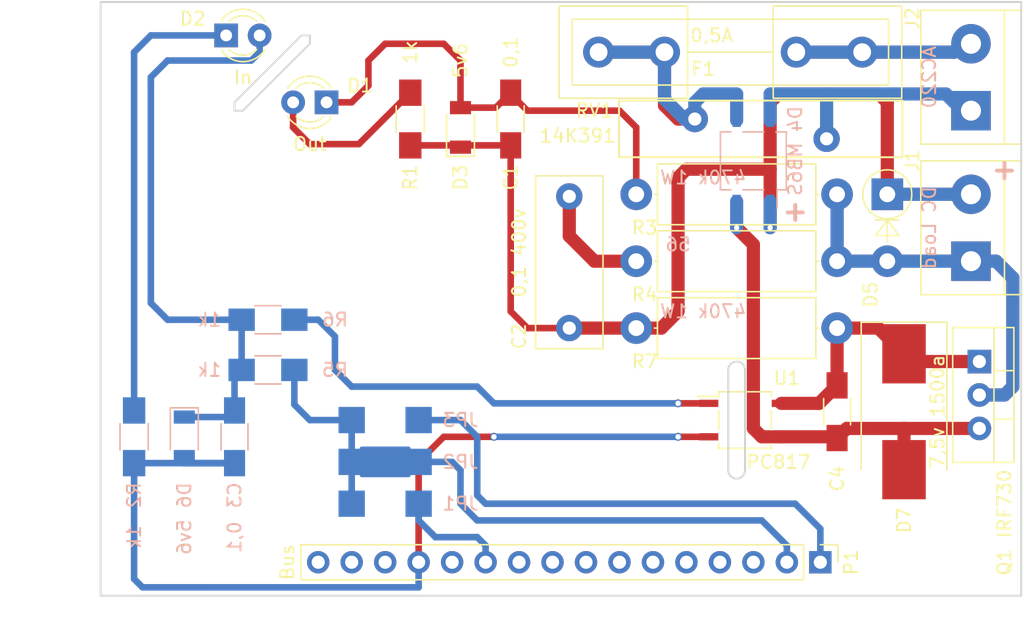
<source format=kicad_pcb>
(kicad_pcb (version 4) (host pcbnew 4.0.7)

  (general
    (links 47)
    (no_connects 0)
    (area 67.234999 33.579999 137.235001 78.815001)
    (thickness 1.6)
    (drawings 24)
    (tracks 177)
    (zones 0)
    (modules 28)
    (nets 19)
  )

  (page A4)
  (layers
    (0 F.Cu signal)
    (31 B.Cu signal)
    (32 B.Adhes user)
    (33 F.Adhes user)
    (34 B.Paste user)
    (35 F.Paste user)
    (36 B.SilkS user)
    (37 F.SilkS user)
    (38 B.Mask user)
    (39 F.Mask user)
    (40 Dwgs.User user)
    (41 Cmts.User user)
    (42 Eco1.User user)
    (43 Eco2.User user)
    (44 Edge.Cuts user)
    (45 Margin user)
    (46 B.CrtYd user)
    (47 F.CrtYd user)
    (48 B.Fab user)
    (49 F.Fab user)
  )

  (setup
    (last_trace_width 0.5)
    (user_trace_width 0.3)
    (user_trace_width 0.5)
    (user_trace_width 0.8)
    (user_trace_width 1)
    (trace_clearance 0.2)
    (zone_clearance 0.508)
    (zone_45_only no)
    (trace_min 0.2)
    (segment_width 0.2)
    (edge_width 0.15)
    (via_size 0.6)
    (via_drill 0.4)
    (via_min_size 0.4)
    (via_min_drill 0.3)
    (user_via 2 0.8)
    (uvia_size 0.3)
    (uvia_drill 0.1)
    (uvias_allowed no)
    (uvia_min_size 0.2)
    (uvia_min_drill 0.1)
    (pcb_text_width 0.3)
    (pcb_text_size 1.5 1.5)
    (mod_edge_width 0.15)
    (mod_text_size 1 1)
    (mod_text_width 0.15)
    (pad_size 1.524 1.524)
    (pad_drill 0.762)
    (pad_to_mask_clearance 0.2)
    (aux_axis_origin 0 0)
    (visible_elements 7FFFFFFF)
    (pcbplotparams
      (layerselection 0x00030_80000001)
      (usegerberextensions false)
      (excludeedgelayer true)
      (linewidth 0.100000)
      (plotframeref false)
      (viasonmask false)
      (mode 1)
      (useauxorigin false)
      (hpglpennumber 1)
      (hpglpenspeed 20)
      (hpglpendiameter 15)
      (hpglpenoverlay 2)
      (psnegative false)
      (psa4output false)
      (plotreference true)
      (plotvalue true)
      (plotinvisibletext false)
      (padsonsilk false)
      (subtractmaskfromsilk false)
      (outputformat 1)
      (mirror false)
      (drillshape 1)
      (scaleselection 1)
      (outputdirectory ""))
  )

  (net 0 "")
  (net 1 GND)
  (net 2 /+220)
  (net 3 "Net-(C1-Pad2)")
  (net 4 "Net-(C2-Pad2)")
  (net 5 "Net-(C3-Pad1)")
  (net 6 /Gate)
  (net 7 /OGND)
  (net 8 "Net-(D4-Pad3)")
  (net 9 "Net-(D4-Pad4)")
  (net 10 /Load)
  (net 11 "Net-(F1-Pad1)")
  (net 12 /DO2)
  (net 13 /IN)
  (net 14 /DO0)
  (net 15 /DO1)
  (net 16 "Net-(R6-Pad1)")
  (net 17 "Net-(D2-Pad1)")
  (net 18 "Net-(D1-Pad2)")

  (net_class Default "Это класс цепей по умолчанию."
    (clearance 0.2)
    (trace_width 0.25)
    (via_dia 0.6)
    (via_drill 0.4)
    (uvia_dia 0.3)
    (uvia_drill 0.1)
    (add_net /+220)
    (add_net /DO0)
    (add_net /DO1)
    (add_net /DO2)
    (add_net /Gate)
    (add_net /IN)
    (add_net /Load)
    (add_net /OGND)
    (add_net GND)
    (add_net "Net-(C1-Pad2)")
    (add_net "Net-(C2-Pad2)")
    (add_net "Net-(C3-Pad1)")
    (add_net "Net-(D1-Pad2)")
    (add_net "Net-(D2-Pad1)")
    (add_net "Net-(D4-Pad3)")
    (add_net "Net-(D4-Pad4)")
    (add_net "Net-(F1-Pad1)")
    (add_net "Net-(R6-Pad1)")
  )

  (module LEDs:LED_D3.0mm (layer F.Cu) (tedit 5AD2898B) (tstamp 59F09691)
    (at 76.835 36.195)
    (descr "LED, diameter 3.0mm, 2 pins")
    (tags "LED diameter 3.0mm 2 pins")
    (path /58864A03)
    (fp_text reference D2 (at -2.54 -1.27) (layer F.SilkS)
      (effects (font (size 1 1) (thickness 0.15)))
    )
    (fp_text value In (at 1.27 3.175) (layer F.SilkS)
      (effects (font (size 1 1) (thickness 0.15)))
    )
    (fp_arc (start 1.27 0) (end -0.23 -1.16619) (angle 284.3) (layer F.Fab) (width 0.1))
    (fp_arc (start 1.27 0) (end -0.29 -1.235516) (angle 108.8) (layer F.SilkS) (width 0.12))
    (fp_arc (start 1.27 0) (end -0.29 1.235516) (angle -108.8) (layer F.SilkS) (width 0.12))
    (fp_arc (start 1.27 0) (end 0.229039 -1.08) (angle 87.9) (layer F.SilkS) (width 0.12))
    (fp_arc (start 1.27 0) (end 0.229039 1.08) (angle -87.9) (layer F.SilkS) (width 0.12))
    (fp_circle (center 1.27 0) (end 2.77 0) (layer F.Fab) (width 0.1))
    (fp_line (start -0.23 -1.16619) (end -0.23 1.16619) (layer F.Fab) (width 0.1))
    (fp_line (start -0.29 -1.236) (end -0.29 -1.08) (layer F.SilkS) (width 0.12))
    (fp_line (start -0.29 1.08) (end -0.29 1.236) (layer F.SilkS) (width 0.12))
    (fp_line (start -1.15 -2.25) (end -1.15 2.25) (layer F.CrtYd) (width 0.05))
    (fp_line (start -1.15 2.25) (end 3.7 2.25) (layer F.CrtYd) (width 0.05))
    (fp_line (start 3.7 2.25) (end 3.7 -2.25) (layer F.CrtYd) (width 0.05))
    (fp_line (start 3.7 -2.25) (end -1.15 -2.25) (layer F.CrtYd) (width 0.05))
    (pad 1 thru_hole rect (at 0 0) (size 1.8 1.8) (drill 0.9) (layers *.Cu *.Mask)
      (net 17 "Net-(D2-Pad1)"))
    (pad 2 thru_hole circle (at 2.54 0) (size 1.8 1.8) (drill 0.9) (layers *.Cu *.Mask)
      (net 5 "Net-(C3-Pad1)"))
    (model ${KISYS3DMOD}/LEDs.3dshapes/LED_D3.0mm.wrl
      (at (xyz 0 0 0))
      (scale (xyz 0.393701 0.393701 0.393701))
      (rotate (xyz 0 0 0))
    )
  )

  (module LEDs:LED_D3.0mm (layer F.Cu) (tedit 5AD28986) (tstamp 59F0968B)
    (at 84.455 41.275 180)
    (descr "LED, diameter 3.0mm, 2 pins")
    (tags "LED diameter 3.0mm 2 pins")
    (path /58864A02)
    (fp_text reference D1 (at -2.54 1.27 180) (layer F.SilkS)
      (effects (font (size 1 1) (thickness 0.15)))
    )
    (fp_text value Out (at 1.27 -3.175 180) (layer F.SilkS)
      (effects (font (size 1 1) (thickness 0.15)))
    )
    (fp_arc (start 1.27 0) (end -0.23 -1.16619) (angle 284.3) (layer F.Fab) (width 0.1))
    (fp_arc (start 1.27 0) (end -0.29 -1.235516) (angle 108.8) (layer F.SilkS) (width 0.12))
    (fp_arc (start 1.27 0) (end -0.29 1.235516) (angle -108.8) (layer F.SilkS) (width 0.12))
    (fp_arc (start 1.27 0) (end 0.229039 -1.08) (angle 87.9) (layer F.SilkS) (width 0.12))
    (fp_arc (start 1.27 0) (end 0.229039 1.08) (angle -87.9) (layer F.SilkS) (width 0.12))
    (fp_circle (center 1.27 0) (end 2.77 0) (layer F.Fab) (width 0.1))
    (fp_line (start -0.23 -1.16619) (end -0.23 1.16619) (layer F.Fab) (width 0.1))
    (fp_line (start -0.29 -1.236) (end -0.29 -1.08) (layer F.SilkS) (width 0.12))
    (fp_line (start -0.29 1.08) (end -0.29 1.236) (layer F.SilkS) (width 0.12))
    (fp_line (start -1.15 -2.25) (end -1.15 2.25) (layer F.CrtYd) (width 0.05))
    (fp_line (start -1.15 2.25) (end 3.7 2.25) (layer F.CrtYd) (width 0.05))
    (fp_line (start 3.7 2.25) (end 3.7 -2.25) (layer F.CrtYd) (width 0.05))
    (fp_line (start 3.7 -2.25) (end -1.15 -2.25) (layer F.CrtYd) (width 0.05))
    (pad 1 thru_hole rect (at 0 0 180) (size 1.8 1.8) (drill 0.9) (layers *.Cu *.Mask)
      (net 3 "Net-(C1-Pad2)"))
    (pad 2 thru_hole circle (at 2.54 0 180) (size 1.8 1.8) (drill 0.9) (layers *.Cu *.Mask)
      (net 18 "Net-(D1-Pad2)"))
    (model ${KISYS3DMOD}/LEDs.3dshapes/LED_D3.0mm.wrl
      (at (xyz 0 0 0))
      (scale (xyz 0.393701 0.393701 0.393701))
      (rotate (xyz 0 0 0))
    )
  )

  (module Pin_Headers:Pin_Header_Straight_1x16_Pitch2.54mm (layer F.Cu) (tedit 5AD20D5C) (tstamp 59F096C5)
    (at 121.92 76.2 270)
    (descr "Through hole straight pin header, 1x16, 2.54mm pitch, single row")
    (tags "Through hole pin header THT 1x16 2.54mm single row")
    (path /59F0B44B)
    (fp_text reference P1 (at 0 -2.33 270) (layer F.SilkS)
      (effects (font (size 1 1) (thickness 0.15)))
    )
    (fp_text value Bus (at 0 40.43 270) (layer F.SilkS)
      (effects (font (size 1 1) (thickness 0.15)))
    )
    (fp_line (start -0.635 -1.27) (end 1.27 -1.27) (layer F.Fab) (width 0.1))
    (fp_line (start 1.27 -1.27) (end 1.27 39.37) (layer F.Fab) (width 0.1))
    (fp_line (start 1.27 39.37) (end -1.27 39.37) (layer F.Fab) (width 0.1))
    (fp_line (start -1.27 39.37) (end -1.27 -0.635) (layer F.Fab) (width 0.1))
    (fp_line (start -1.27 -0.635) (end -0.635 -1.27) (layer F.Fab) (width 0.1))
    (fp_line (start -1.33 39.43) (end 1.33 39.43) (layer F.SilkS) (width 0.12))
    (fp_line (start -1.33 1.27) (end -1.33 39.43) (layer F.SilkS) (width 0.12))
    (fp_line (start 1.33 1.27) (end 1.33 39.43) (layer F.SilkS) (width 0.12))
    (fp_line (start -1.33 1.27) (end 1.33 1.27) (layer F.SilkS) (width 0.12))
    (fp_line (start -1.33 0) (end -1.33 -1.33) (layer F.SilkS) (width 0.12))
    (fp_line (start -1.33 -1.33) (end 0 -1.33) (layer F.SilkS) (width 0.12))
    (fp_line (start -1.8 -1.8) (end -1.8 39.9) (layer F.CrtYd) (width 0.05))
    (fp_line (start -1.8 39.9) (end 1.8 39.9) (layer F.CrtYd) (width 0.05))
    (fp_line (start 1.8 39.9) (end 1.8 -1.8) (layer F.CrtYd) (width 0.05))
    (fp_line (start 1.8 -1.8) (end -1.8 -1.8) (layer F.CrtYd) (width 0.05))
    (fp_text user %R (at 0 19.05 360) (layer F.Fab)
      (effects (font (size 1 1) (thickness 0.15)))
    )
    (pad 1 thru_hole rect (at 0 0 270) (size 1.7 1.7) (drill 1) (layers *.Cu *.Mask)
      (net 15 /DO1))
    (pad 2 thru_hole oval (at 0 2.54 270) (size 1.7 1.7) (drill 1) (layers *.Cu *.Mask)
      (net 14 /DO0))
    (pad 3 thru_hole oval (at 0 5.08 270) (size 1.7 1.7) (drill 1) (layers *.Cu *.Mask))
    (pad 4 thru_hole oval (at 0 7.62 270) (size 1.7 1.7) (drill 1) (layers *.Cu *.Mask))
    (pad 5 thru_hole oval (at 0 10.16 270) (size 1.7 1.7) (drill 1) (layers *.Cu *.Mask))
    (pad 6 thru_hole oval (at 0 12.7 270) (size 1.7 1.7) (drill 1) (layers *.Cu *.Mask))
    (pad 7 thru_hole oval (at 0 15.24 270) (size 1.7 1.7) (drill 1) (layers *.Cu *.Mask))
    (pad 8 thru_hole oval (at 0 17.78 270) (size 1.7 1.7) (drill 1) (layers *.Cu *.Mask))
    (pad 9 thru_hole oval (at 0 20.32 270) (size 1.7 1.7) (drill 1) (layers *.Cu *.Mask))
    (pad 10 thru_hole oval (at 0 22.86 270) (size 1.7 1.7) (drill 1) (layers *.Cu *.Mask))
    (pad 11 thru_hole oval (at 0 25.4 270) (size 1.7 1.7) (drill 1) (layers *.Cu *.Mask)
      (net 12 /DO2))
    (pad 12 thru_hole oval (at 0 27.94 270) (size 1.7 1.7) (drill 1) (layers *.Cu *.Mask))
    (pad 13 thru_hole oval (at 0 30.48 270) (size 1.7 1.7) (drill 1) (layers *.Cu *.Mask)
      (net 1 GND))
    (pad 14 thru_hole oval (at 0 33.02 270) (size 1.7 1.7) (drill 1) (layers *.Cu *.Mask))
    (pad 15 thru_hole oval (at 0 35.56 270) (size 1.7 1.7) (drill 1) (layers *.Cu *.Mask))
    (pad 16 thru_hole oval (at 0 38.1 270) (size 1.7 1.7) (drill 1) (layers *.Cu *.Mask))
    (model ${KISYS3DMOD}/Pin_Headers.3dshapes/Pin_Header_Straight_1x16_Pitch2.54mm.wrl
      (at (xyz 0 0 0))
      (scale (xyz 1 1 1))
      (rotate (xyz 0 0 0))
    )
  )

  (module Capacitors_SMD:C_1206_HandSoldering (layer F.Cu) (tedit 5AFFCC49) (tstamp 5AD20D86)
    (at 98.425 42.545 90)
    (descr "Capacitor SMD 1206, hand soldering")
    (tags "capacitor 1206")
    (path /5AD2E7B6)
    (attr smd)
    (fp_text reference C1 (at -4.445 0 90) (layer F.SilkS)
      (effects (font (size 1 1) (thickness 0.15)))
    )
    (fp_text value 0,1 (at 5.08 0 90) (layer F.SilkS)
      (effects (font (size 1 1) (thickness 0.15)))
    )
    (fp_text user %R (at -4.445 0 90) (layer F.Fab)
      (effects (font (size 1 1) (thickness 0.15)))
    )
    (fp_line (start -1.6 0.8) (end -1.6 -0.8) (layer F.Fab) (width 0.1))
    (fp_line (start 1.6 0.8) (end -1.6 0.8) (layer F.Fab) (width 0.1))
    (fp_line (start 1.6 -0.8) (end 1.6 0.8) (layer F.Fab) (width 0.1))
    (fp_line (start -1.6 -0.8) (end 1.6 -0.8) (layer F.Fab) (width 0.1))
    (fp_line (start 1 -1.02) (end -1 -1.02) (layer F.SilkS) (width 0.12))
    (fp_line (start -1 1.02) (end 1 1.02) (layer F.SilkS) (width 0.12))
    (fp_line (start -3.25 -1.05) (end 3.25 -1.05) (layer F.CrtYd) (width 0.05))
    (fp_line (start -3.25 -1.05) (end -3.25 1.05) (layer F.CrtYd) (width 0.05))
    (fp_line (start 3.25 1.05) (end 3.25 -1.05) (layer F.CrtYd) (width 0.05))
    (fp_line (start 3.25 1.05) (end -3.25 1.05) (layer F.CrtYd) (width 0.05))
    (pad 1 smd rect (at -2 0 90) (size 2 1.6) (layers F.Cu F.Paste F.Mask)
      (net 2 /+220))
    (pad 2 smd rect (at 2 0 90) (size 2 1.6) (layers F.Cu F.Paste F.Mask)
      (net 3 "Net-(C1-Pad2)"))
    (model Capacitors_SMD.3dshapes/C_1206.wrl
      (at (xyz 0 0 0))
      (scale (xyz 1 1 1))
      (rotate (xyz 0 0 0))
    )
  )

  (module Capacitors_SMD:C_1206_HandSoldering (layer B.Cu) (tedit 5AFFCCC0) (tstamp 5AD20DA8)
    (at 77.47 66.675 270)
    (descr "Capacitor SMD 1206, hand soldering")
    (tags "capacitor 1206")
    (path /5AD2E77E)
    (attr smd)
    (fp_text reference C3 (at 4.445 0 270) (layer B.SilkS)
      (effects (font (size 1 1) (thickness 0.15)) (justify mirror))
    )
    (fp_text value 0,1 (at 7.62 0 270) (layer B.SilkS)
      (effects (font (size 1 1) (thickness 0.15)) (justify mirror))
    )
    (fp_text user %R (at 4.445 0 270) (layer B.Fab)
      (effects (font (size 1 1) (thickness 0.15)) (justify mirror))
    )
    (fp_line (start -1.6 -0.8) (end -1.6 0.8) (layer B.Fab) (width 0.1))
    (fp_line (start 1.6 -0.8) (end -1.6 -0.8) (layer B.Fab) (width 0.1))
    (fp_line (start 1.6 0.8) (end 1.6 -0.8) (layer B.Fab) (width 0.1))
    (fp_line (start -1.6 0.8) (end 1.6 0.8) (layer B.Fab) (width 0.1))
    (fp_line (start 1 1.02) (end -1 1.02) (layer B.SilkS) (width 0.12))
    (fp_line (start -1 -1.02) (end 1 -1.02) (layer B.SilkS) (width 0.12))
    (fp_line (start -3.25 1.05) (end 3.25 1.05) (layer B.CrtYd) (width 0.05))
    (fp_line (start -3.25 1.05) (end -3.25 -1.05) (layer B.CrtYd) (width 0.05))
    (fp_line (start 3.25 -1.05) (end 3.25 1.05) (layer B.CrtYd) (width 0.05))
    (fp_line (start 3.25 -1.05) (end -3.25 -1.05) (layer B.CrtYd) (width 0.05))
    (pad 1 smd rect (at -2 0 270) (size 2 1.6) (layers B.Cu B.Paste B.Mask)
      (net 5 "Net-(C3-Pad1)"))
    (pad 2 smd rect (at 2 0 270) (size 2 1.6) (layers B.Cu B.Paste B.Mask)
      (net 1 GND))
    (model Capacitors_SMD.3dshapes/C_1206.wrl
      (at (xyz 0 0 0))
      (scale (xyz 1 1 1))
      (rotate (xyz 0 0 0))
    )
  )

  (module Capacitors_SMD:C_1206_HandSoldering (layer F.Cu) (tedit 5AD28B9D) (tstamp 5AD27D0B)
    (at 123.19 64.77 270)
    (descr "Capacitor SMD 1206, hand soldering")
    (tags "capacitor 1206")
    (path /5AD2E785)
    (attr smd)
    (fp_text reference C4 (at 5.08 0 270) (layer F.SilkS)
      (effects (font (size 1 1) (thickness 0.15)))
    )
    (fp_text value 0,1 (at 0 2 270) (layer F.Fab)
      (effects (font (size 1 1) (thickness 0.15)))
    )
    (fp_text user %R (at 5.08 0 270) (layer F.Fab)
      (effects (font (size 1 1) (thickness 0.15)))
    )
    (fp_line (start -1.6 0.8) (end -1.6 -0.8) (layer F.Fab) (width 0.1))
    (fp_line (start 1.6 0.8) (end -1.6 0.8) (layer F.Fab) (width 0.1))
    (fp_line (start 1.6 -0.8) (end 1.6 0.8) (layer F.Fab) (width 0.1))
    (fp_line (start -1.6 -0.8) (end 1.6 -0.8) (layer F.Fab) (width 0.1))
    (fp_line (start 1 -1.02) (end -1 -1.02) (layer F.SilkS) (width 0.12))
    (fp_line (start -1 1.02) (end 1 1.02) (layer F.SilkS) (width 0.12))
    (fp_line (start -3.25 -1.05) (end 3.25 -1.05) (layer F.CrtYd) (width 0.05))
    (fp_line (start -3.25 -1.05) (end -3.25 1.05) (layer F.CrtYd) (width 0.05))
    (fp_line (start 3.25 1.05) (end 3.25 -1.05) (layer F.CrtYd) (width 0.05))
    (fp_line (start 3.25 1.05) (end -3.25 1.05) (layer F.CrtYd) (width 0.05))
    (pad 1 smd rect (at -2 0 270) (size 2 1.6) (layers F.Cu F.Paste F.Mask)
      (net 6 /Gate))
    (pad 2 smd rect (at 2 0 270) (size 2 1.6) (layers F.Cu F.Paste F.Mask)
      (net 7 /OGND))
    (model Capacitors_SMD.3dshapes/C_1206.wrl
      (at (xyz 0 0 0))
      (scale (xyz 1 1 1))
      (rotate (xyz 0 0 0))
    )
  )

  (module Diodes_SMD:D_1206 (layer F.Cu) (tedit 5AFFCC44) (tstamp 5AD27D11)
    (at 94.615 43.18 90)
    (descr "Diode SMD 1206, reflow soldering http://datasheets.avx.com/schottky.pdf")
    (tags "Diode 1206")
    (path /5AD2E812)
    (attr smd)
    (fp_text reference D3 (at -3.81 0 90) (layer F.SilkS)
      (effects (font (size 1 1) (thickness 0.15)))
    )
    (fp_text value 5v6 (at 5.08 0 90) (layer F.SilkS)
      (effects (font (size 1 1) (thickness 0.15)))
    )
    (fp_text user %R (at -3.81 0 90) (layer F.Fab)
      (effects (font (size 1 1) (thickness 0.15)))
    )
    (fp_line (start -0.254 -0.254) (end -0.254 0.254) (layer F.Fab) (width 0.1))
    (fp_line (start 0.127 0) (end 0.381 0) (layer F.Fab) (width 0.1))
    (fp_line (start -0.254 0) (end -0.508 0) (layer F.Fab) (width 0.1))
    (fp_line (start 0.127 0.254) (end -0.254 0) (layer F.Fab) (width 0.1))
    (fp_line (start 0.127 -0.254) (end 0.127 0.254) (layer F.Fab) (width 0.1))
    (fp_line (start -0.254 0) (end 0.127 -0.254) (layer F.Fab) (width 0.1))
    (fp_line (start -2.2 -1.06) (end -2.2 1.06) (layer F.SilkS) (width 0.12))
    (fp_line (start -1.7 0.95) (end -1.7 -0.95) (layer F.Fab) (width 0.1))
    (fp_line (start 1.7 0.95) (end -1.7 0.95) (layer F.Fab) (width 0.1))
    (fp_line (start 1.7 -0.95) (end 1.7 0.95) (layer F.Fab) (width 0.1))
    (fp_line (start -1.7 -0.95) (end 1.7 -0.95) (layer F.Fab) (width 0.1))
    (fp_line (start -2.3 -1.16) (end 2.3 -1.16) (layer F.CrtYd) (width 0.05))
    (fp_line (start -2.3 1.16) (end 2.3 1.16) (layer F.CrtYd) (width 0.05))
    (fp_line (start -2.3 -1.16) (end -2.3 1.16) (layer F.CrtYd) (width 0.05))
    (fp_line (start 2.3 -1.16) (end 2.3 1.16) (layer F.CrtYd) (width 0.05))
    (fp_line (start 1 -1.06) (end -2.2 -1.06) (layer F.SilkS) (width 0.12))
    (fp_line (start -2.2 1.06) (end 1 1.06) (layer F.SilkS) (width 0.12))
    (pad 1 smd rect (at -1.5 0 90) (size 1 1.6) (layers F.Cu F.Paste F.Mask)
      (net 2 /+220))
    (pad 2 smd rect (at 1.5 0 90) (size 1 1.6) (layers F.Cu F.Paste F.Mask)
      (net 3 "Net-(C1-Pad2)"))
    (model ${KISYS3DMOD}/Diodes_SMD.3dshapes/D_1206.wrl
      (at (xyz 0 0 0))
      (scale (xyz 1 1 1))
      (rotate (xyz 0 0 0))
    )
  )

  (module Diodes_SMD:Diode_Bridge_TO-269AA (layer B.Cu) (tedit 5AD28C2A) (tstamp 5AD27D19)
    (at 116.84 45.72 90)
    (descr "SMD diode bridge TO-269AA (MBS), see http://www.vishay.com/docs/88854/padlayouts.pdf")
    (tags "TO-269AA MBS")
    (path /5AD2E819)
    (attr smd)
    (fp_text reference D4 (at 3.175 3.175 90) (layer B.SilkS)
      (effects (font (size 1 1) (thickness 0.15)) (justify mirror))
    )
    (fp_text value MB6S (at -0.635 3.175 90) (layer B.SilkS)
      (effects (font (size 1 1) (thickness 0.15)) (justify mirror))
    )
    (fp_line (start -2.2 2.5) (end -2.2 1.8) (layer B.SilkS) (width 0.12))
    (fp_line (start -2.2 1.8) (end -3.6 1.8) (layer B.SilkS) (width 0.12))
    (fp_text user %R (at 0 0.065 90) (layer B.Fab)
      (effects (font (size 1 1) (thickness 0.15)) (justify mirror))
    )
    (fp_line (start 2.2 0.8) (end 2.2 -0.8) (layer B.SilkS) (width 0.12))
    (fp_line (start -2.2 0.8) (end -2.2 -0.8) (layer B.SilkS) (width 0.12))
    (fp_line (start 2.2 1.7) (end 2.2 2.5) (layer B.SilkS) (width 0.12))
    (fp_line (start 2.2 2.5) (end -2.2 2.5) (layer B.SilkS) (width 0.12))
    (fp_line (start 2.2 -1.7) (end 2.2 -2.5) (layer B.SilkS) (width 0.12))
    (fp_line (start 2.2 -2.5) (end -2.2 -2.5) (layer B.SilkS) (width 0.12))
    (fp_line (start -2.2 -2.5) (end -2.2 -1.7) (layer B.SilkS) (width 0.12))
    (fp_line (start 2.05 2.4) (end 2.05 -2.4) (layer B.Fab) (width 0.12))
    (fp_line (start 2.05 -2.4) (end -2.05 -2.4) (layer B.Fab) (width 0.12))
    (fp_line (start -2.05 -2.4) (end -2.05 1.7) (layer B.Fab) (width 0.12))
    (fp_line (start -2.05 1.7) (end -1.35 2.4) (layer B.Fab) (width 0.12))
    (fp_line (start -1.35 2.4) (end 2.05 2.4) (layer B.Fab) (width 0.12))
    (fp_line (start -3.82 2.65) (end 3.83 2.65) (layer B.CrtYd) (width 0.05))
    (fp_line (start -3.82 2.65) (end -3.82 -2.65) (layer B.CrtYd) (width 0.05))
    (fp_line (start 3.83 -2.65) (end 3.83 2.65) (layer B.CrtYd) (width 0.05))
    (fp_line (start 3.83 -2.65) (end -3.82 -2.65) (layer B.CrtYd) (width 0.05))
    (pad 1 smd rect (at -3.075 1.27 90) (size 1 0.64) (layers B.Cu B.Paste B.Mask)
      (net 2 /+220))
    (pad 2 smd rect (at -3.075 -1.27 90) (size 1 0.64) (layers B.Cu B.Paste B.Mask)
      (net 7 /OGND))
    (pad 3 smd rect (at 3.075 -1.27 90) (size 1 0.64) (layers B.Cu B.Paste B.Mask)
      (net 8 "Net-(D4-Pad3)"))
    (pad 4 smd rect (at 3.075 1.27 90) (size 1 0.64) (layers B.Cu B.Paste B.Mask)
      (net 9 "Net-(D4-Pad4)"))
    (model ${KISYS3DMOD}/Diodes_SMD.3dshapes/Diode_Bridge_TO-269AA.wrl
      (at (xyz 0 0.0005905512 0))
      (scale (xyz 1 1 1))
      (rotate (xyz 0 0 0))
    )
  )

  (module Diodes_THT:D_DO-15_P5.08mm_Vertical_AnodeUp (layer F.Cu) (tedit 5AD28A42) (tstamp 5AD27D1F)
    (at 127 48.26 270)
    (descr "D, DO-15 series, Axial, Vertical, pin pitch=5.08mm, , length*diameter=7.6*3.6mm^2, , http://www.diodes.com/_files/packages/DO-15.pdf")
    (tags "D DO-15 series Axial Vertical pin pitch 5.08mm  length 7.6mm diameter 3.6mm")
    (path /5AD2E7AF)
    (fp_text reference D5 (at 7.62 1.27 270) (layer F.SilkS)
      (effects (font (size 1 1) (thickness 0.15)))
    )
    (fp_text value RL206 (at 2.54 2.86 270) (layer F.Fab)
      (effects (font (size 1 1) (thickness 0.15)))
    )
    (fp_text user K (at -2.56 0 270) (layer F.Fab)
      (effects (font (size 1 1) (thickness 0.15)))
    )
    (fp_text user %R (at 7.62 1.27 270) (layer F.Fab)
      (effects (font (size 1 1) (thickness 0.15)))
    )
    (fp_line (start 0 0) (end 5.08 0) (layer F.Fab) (width 0.1))
    (fp_line (start 1.86 0) (end 3.58 0) (layer F.SilkS) (width 0.12))
    (fp_line (start 1.947333 -0.889) (end 1.947333 0.889) (layer F.SilkS) (width 0.12))
    (fp_line (start 1.947333 0) (end 3.132667 -0.889) (layer F.SilkS) (width 0.12))
    (fp_line (start 3.132667 -0.889) (end 3.132667 0.889) (layer F.SilkS) (width 0.12))
    (fp_line (start 3.132667 0.889) (end 1.947333 0) (layer F.SilkS) (width 0.12))
    (fp_line (start -2.15 -2.15) (end -2.15 2.15) (layer F.CrtYd) (width 0.05))
    (fp_line (start -2.15 2.15) (end 6.6 2.15) (layer F.CrtYd) (width 0.05))
    (fp_line (start 6.6 2.15) (end 6.6 -2.15) (layer F.CrtYd) (width 0.05))
    (fp_line (start 6.6 -2.15) (end -2.15 -2.15) (layer F.CrtYd) (width 0.05))
    (fp_circle (center 0 0) (end 1.8 0) (layer F.Fab) (width 0.1))
    (fp_circle (center 0 0) (end 1.86 0) (layer F.SilkS) (width 0.12))
    (pad 1 thru_hole rect (at 0 0 270) (size 2.4 2.4) (drill 1.2) (layers *.Cu *.Mask)
      (net 2 /+220))
    (pad 2 thru_hole oval (at 5.08 0 270) (size 2.4 2.4) (drill 1.2) (layers *.Cu *.Mask)
      (net 10 /Load))
    (model ${KISYS3DMOD}/Diodes_THT.3dshapes/D_DO-15_P5.08mm_Vertical_AnodeUp.wrl
      (at (xyz 0 0 0))
      (scale (xyz 0.393701 0.393701 0.393701))
      (rotate (xyz 0 0 0))
    )
  )

  (module Diodes_SMD:D_1206 (layer B.Cu) (tedit 5AFFCCBA) (tstamp 5AD27D25)
    (at 73.66 66.675 270)
    (descr "Diode SMD 1206, reflow soldering http://datasheets.avx.com/schottky.pdf")
    (tags "Diode 1206")
    (path /5AD2E75B)
    (attr smd)
    (fp_text reference D6 (at 4.445 0 270) (layer B.SilkS)
      (effects (font (size 1 1) (thickness 0.15)) (justify mirror))
    )
    (fp_text value 5v6 (at 7.62 0 270) (layer B.SilkS)
      (effects (font (size 1 1) (thickness 0.15)) (justify mirror))
    )
    (fp_text user %R (at 4.445 0 270) (layer B.Fab)
      (effects (font (size 1 1) (thickness 0.15)) (justify mirror))
    )
    (fp_line (start -0.254 0.254) (end -0.254 -0.254) (layer B.Fab) (width 0.1))
    (fp_line (start 0.127 0) (end 0.381 0) (layer B.Fab) (width 0.1))
    (fp_line (start -0.254 0) (end -0.508 0) (layer B.Fab) (width 0.1))
    (fp_line (start 0.127 -0.254) (end -0.254 0) (layer B.Fab) (width 0.1))
    (fp_line (start 0.127 0.254) (end 0.127 -0.254) (layer B.Fab) (width 0.1))
    (fp_line (start -0.254 0) (end 0.127 0.254) (layer B.Fab) (width 0.1))
    (fp_line (start -2.2 1.06) (end -2.2 -1.06) (layer B.SilkS) (width 0.12))
    (fp_line (start -1.7 -0.95) (end -1.7 0.95) (layer B.Fab) (width 0.1))
    (fp_line (start 1.7 -0.95) (end -1.7 -0.95) (layer B.Fab) (width 0.1))
    (fp_line (start 1.7 0.95) (end 1.7 -0.95) (layer B.Fab) (width 0.1))
    (fp_line (start -1.7 0.95) (end 1.7 0.95) (layer B.Fab) (width 0.1))
    (fp_line (start -2.3 1.16) (end 2.3 1.16) (layer B.CrtYd) (width 0.05))
    (fp_line (start -2.3 -1.16) (end 2.3 -1.16) (layer B.CrtYd) (width 0.05))
    (fp_line (start -2.3 1.16) (end -2.3 -1.16) (layer B.CrtYd) (width 0.05))
    (fp_line (start 2.3 1.16) (end 2.3 -1.16) (layer B.CrtYd) (width 0.05))
    (fp_line (start 1 1.06) (end -2.2 1.06) (layer B.SilkS) (width 0.12))
    (fp_line (start -2.2 -1.06) (end 1 -1.06) (layer B.SilkS) (width 0.12))
    (pad 1 smd rect (at -1.5 0 270) (size 1 1.6) (layers B.Cu B.Paste B.Mask)
      (net 5 "Net-(C3-Pad1)"))
    (pad 2 smd rect (at 1.5 0 270) (size 1 1.6) (layers B.Cu B.Paste B.Mask)
      (net 1 GND))
    (model ${KISYS3DMOD}/Diodes_SMD.3dshapes/D_1206.wrl
      (at (xyz 0 0 0))
      (scale (xyz 1 1 1))
      (rotate (xyz 0 0 0))
    )
  )

  (module Fuse_Holders_and_Fuses:Fuseholder5x20_horiz_open_inline_Type-I (layer F.Cu) (tedit 5AD28A00) (tstamp 5AD27D33)
    (at 125.095 37.465 180)
    (descr "Fuseholder, 5x20, open, horizontal, Type-I, Inline,")
    (tags "Fuseholder 5x20 open horizontal Type-I Inline Sicherungshalter offen ")
    (path /5AD2E7D9)
    (fp_text reference F1 (at 12.065 -1.27 180) (layer F.SilkS)
      (effects (font (size 1 1) (thickness 0.15)))
    )
    (fp_text value 0,5A (at 11.43 1.27 180) (layer F.SilkS)
      (effects (font (size 1 1) (thickness 0.15)))
    )
    (fp_line (start 5 0) (end 15 0) (layer F.Fab) (width 0.1))
    (fp_line (start -2 -2.5) (end 22 -2.5) (layer F.Fab) (width 0.1))
    (fp_line (start 22 -2.5) (end 22 2.5) (layer F.Fab) (width 0.1))
    (fp_line (start 22 2.5) (end -2 2.5) (layer F.Fab) (width 0.1))
    (fp_line (start -2 2.5) (end -2 -2.5) (layer F.Fab) (width 0.1))
    (fp_line (start 13.35 -3.4) (end 13.35 3.4) (layer F.Fab) (width 0.1))
    (fp_line (start 13.35 3.4) (end 22.9 3.4) (layer F.Fab) (width 0.1))
    (fp_line (start 22.9 3.4) (end 22.9 -3.4) (layer F.Fab) (width 0.1))
    (fp_line (start 22.9 -3.4) (end 13.35 -3.4) (layer F.Fab) (width 0.1))
    (fp_line (start -2.95 -3.4) (end 6.65 -3.4) (layer F.Fab) (width 0.1))
    (fp_line (start 6.65 -3.4) (end 6.65 3.4) (layer F.Fab) (width 0.1))
    (fp_line (start 6.65 3.4) (end -2.9 3.4) (layer F.Fab) (width 0.1))
    (fp_line (start -2.9 3.4) (end -2.9 -3.4) (layer F.Fab) (width 0.1))
    (fp_line (start 13.25 0) (end 6.75 0) (layer F.SilkS) (width 0.12))
    (fp_line (start 13.25 -3.5) (end 13.25 3.5) (layer F.SilkS) (width 0.12))
    (fp_line (start 22 3.5) (end 13.25 3.5) (layer F.SilkS) (width 0.12))
    (fp_line (start 22 -3.5) (end 13.25 -3.5) (layer F.SilkS) (width 0.12))
    (fp_line (start -0.75 2.5) (end -2 2.5) (layer F.SilkS) (width 0.12))
    (fp_line (start -0.5 -2.5) (end -2 -2.5) (layer F.SilkS) (width 0.12))
    (fp_line (start 11.5 2.5) (end -0.75 2.5) (layer F.SilkS) (width 0.12))
    (fp_line (start 11.25 -2.5) (end -0.5 -2.5) (layer F.SilkS) (width 0.12))
    (fp_line (start 22 2.5) (end 11.5 2.5) (layer F.SilkS) (width 0.12))
    (fp_line (start 22 -2.5) (end 11.25 -2.5) (layer F.SilkS) (width 0.12))
    (fp_line (start 22 -2.5) (end 22 2.5) (layer F.SilkS) (width 0.12))
    (fp_line (start 23 -3.5) (end 22 -3.5) (layer F.SilkS) (width 0.12))
    (fp_line (start 23 -3.5) (end 23 3.5) (layer F.SilkS) (width 0.12))
    (fp_line (start 23 3.5) (end 22 3.5) (layer F.SilkS) (width 0.12))
    (fp_line (start -2 -2.5) (end -2 2.5) (layer F.SilkS) (width 0.12))
    (fp_line (start 6.75 -3.5) (end -3 -3.5) (layer F.SilkS) (width 0.12))
    (fp_line (start -3 -3.5) (end -3 3.5) (layer F.SilkS) (width 0.12))
    (fp_line (start 6.75 3.5) (end -3 3.5) (layer F.SilkS) (width 0.12))
    (fp_line (start 6.75 -3.5) (end 6.75 3.5) (layer F.SilkS) (width 0.12))
    (fp_line (start -3.2 -3.65) (end 23.15 -3.65) (layer F.CrtYd) (width 0.05))
    (fp_line (start -3.2 -3.65) (end -3.2 3.65) (layer F.CrtYd) (width 0.05))
    (fp_line (start 23.15 3.65) (end 23.15 -3.65) (layer F.CrtYd) (width 0.05))
    (fp_line (start 23.15 3.65) (end -3.2 3.65) (layer F.CrtYd) (width 0.05))
    (pad 2 thru_hole circle (at 15 0 180) (size 2.35 2.35) (drill 1.35) (layers *.Cu *.Mask)
      (net 8 "Net-(D4-Pad3)"))
    (pad 2 thru_hole circle (at 20 0 180) (size 2.35 2.35) (drill 1.35) (layers *.Cu *.Mask)
      (net 8 "Net-(D4-Pad3)"))
    (pad 1 thru_hole circle (at 5 0 180) (size 2.35 2.35) (drill 1.35) (layers *.Cu *.Mask)
      (net 11 "Net-(F1-Pad1)"))
    (pad 1 thru_hole circle (at 0 0 180) (size 2.35 2.35) (drill 1.35) (layers *.Cu *.Mask)
      (net 11 "Net-(F1-Pad1)"))
  )

  (module Oddities:NetTie-I_SMD (layer B.Cu) (tedit 5AD28B7D) (tstamp 5AD27D39)
    (at 88.9 71.755 180)
    (descr "Just a \"Net tie\" as an more or less elegant way to connect two different nets without disturbing ERC and DRC. Make connection between 1 and 2 by yourself.")
    (tags "Just a \"Net tie\" as an more or less elegant way to connect two different nets without disturbing ERC and DRC. Make connection between 1 and 2 by yourself.")
    (path /5AD2FDEE)
    (fp_text reference JP1 (at -5.715 0 180) (layer B.SilkS)
      (effects (font (size 1 1) (thickness 0.15)) (justify mirror))
    )
    (fp_text value Jumper (at 6.35 -0.635 180) (layer B.Fab)
      (effects (font (size 1 1) (thickness 0.15)) (justify mirror))
    )
    (pad 1 smd rect (at -2.54 0 180) (size 1.99898 1.99898) (layers B.Cu B.Paste B.Mask)
      (net 12 /DO2))
    (pad 2 smd rect (at 2.54 0 180) (size 1.99898 1.99898) (layers B.Cu B.Paste B.Mask)
      (net 13 /IN))
  )

  (module Oddities:NetTie-I_Connected_SMD (layer B.Cu) (tedit 5AD28B77) (tstamp 5AD27D3F)
    (at 88.9 68.58 180)
    (descr "Just a \"Net tie\" as an more or less elegant way to connect two different nets without disturbing ERC and DRC.")
    (tags "Just a \"Net tie\" as an more or less elegant way to connect two different nets without disturbing ERC and DRC.")
    (path /5AD2FD85)
    (fp_text reference JP2 (at -5.715 0 180) (layer B.SilkS)
      (effects (font (size 1 1) (thickness 0.15)) (justify mirror))
    )
    (fp_text value Jumper (at 6.35 -0.635 180) (layer B.Fab)
      (effects (font (size 1 1) (thickness 0.15)) (justify mirror))
    )
    (fp_line (start 1.778 1.016) (end -1.778 1.016) (layer B.Cu) (width 0.3048))
    (fp_line (start -1.778 0.762) (end 1.778 0.762) (layer B.Cu) (width 0.3048))
    (fp_line (start 1.778 0.508) (end -1.778 0.508) (layer B.Cu) (width 0.3048))
    (fp_line (start -1.778 0.254) (end 1.778 0.254) (layer B.Cu) (width 0.3048))
    (fp_line (start 1.778 0) (end -1.778 0) (layer B.Cu) (width 0.3048))
    (fp_line (start -1.778 -0.254) (end 1.778 -0.254) (layer B.Cu) (width 0.3048))
    (fp_line (start 1.778 -0.508) (end -1.778 -0.508) (layer B.Cu) (width 0.3048))
    (fp_line (start -1.778 -0.762) (end 1.778 -0.762) (layer B.Cu) (width 0.3048))
    (fp_line (start 1.778 -1.016) (end -1.778 -1.016) (layer B.Cu) (width 0.3048))
    (pad 1 smd rect (at -2.54 0 180) (size 1.99898 1.99898) (layers B.Cu B.Paste B.Mask)
      (net 14 /DO0))
    (pad 2 smd rect (at 2.54 0 180) (size 1.99898 1.99898) (layers B.Cu B.Paste B.Mask)
      (net 13 /IN))
  )

  (module Oddities:NetTie-I_SMD (layer B.Cu) (tedit 5AD28B7B) (tstamp 5AD27D45)
    (at 88.9 65.405 180)
    (descr "Just a \"Net tie\" as an more or less elegant way to connect two different nets without disturbing ERC and DRC. Make connection between 1 and 2 by yourself.")
    (tags "Just a \"Net tie\" as an more or less elegant way to connect two different nets without disturbing ERC and DRC. Make connection between 1 and 2 by yourself.")
    (path /5AD2FCDA)
    (fp_text reference JP3 (at -5.715 0 180) (layer B.SilkS)
      (effects (font (size 1 1) (thickness 0.15)) (justify mirror))
    )
    (fp_text value Jumper (at 6.35 -0.635 180) (layer B.Fab)
      (effects (font (size 1 1) (thickness 0.15)) (justify mirror))
    )
    (pad 1 smd rect (at -2.54 0 180) (size 1.99898 1.99898) (layers B.Cu B.Paste B.Mask)
      (net 15 /DO1))
    (pad 2 smd rect (at 2.54 0 180) (size 1.99898 1.99898) (layers B.Cu B.Paste B.Mask)
      (net 13 /IN))
  )

  (module TO_SOT_Packages_THT:TO-220-3_Vertical (layer F.Cu) (tedit 5AD28BD6) (tstamp 5AD27D4C)
    (at 133.985 60.96 270)
    (descr "TO-220-3, Vertical, RM 2.54mm")
    (tags "TO-220-3 Vertical RM 2.54mm")
    (path /5AD2E793)
    (fp_text reference Q1 (at 15.24 -1.905 270) (layer F.SilkS)
      (effects (font (size 1 1) (thickness 0.15)))
    )
    (fp_text value IRF730 (at 10.795 -1.905 270) (layer F.SilkS)
      (effects (font (size 1 1) (thickness 0.15)))
    )
    (fp_text user %R (at 15.24 -1.905 270) (layer F.Fab)
      (effects (font (size 1 1) (thickness 0.15)))
    )
    (fp_line (start -2.46 -2.5) (end -2.46 1.9) (layer F.Fab) (width 0.1))
    (fp_line (start -2.46 1.9) (end 7.54 1.9) (layer F.Fab) (width 0.1))
    (fp_line (start 7.54 1.9) (end 7.54 -2.5) (layer F.Fab) (width 0.1))
    (fp_line (start 7.54 -2.5) (end -2.46 -2.5) (layer F.Fab) (width 0.1))
    (fp_line (start -2.46 -1.23) (end 7.54 -1.23) (layer F.Fab) (width 0.1))
    (fp_line (start 0.69 -2.5) (end 0.69 -1.23) (layer F.Fab) (width 0.1))
    (fp_line (start 4.39 -2.5) (end 4.39 -1.23) (layer F.Fab) (width 0.1))
    (fp_line (start -2.58 -2.62) (end 7.66 -2.62) (layer F.SilkS) (width 0.12))
    (fp_line (start -2.58 2.021) (end 7.66 2.021) (layer F.SilkS) (width 0.12))
    (fp_line (start -2.58 -2.62) (end -2.58 2.021) (layer F.SilkS) (width 0.12))
    (fp_line (start 7.66 -2.62) (end 7.66 2.021) (layer F.SilkS) (width 0.12))
    (fp_line (start -2.58 -1.11) (end 7.66 -1.11) (layer F.SilkS) (width 0.12))
    (fp_line (start 0.69 -2.62) (end 0.69 -1.11) (layer F.SilkS) (width 0.12))
    (fp_line (start 4.391 -2.62) (end 4.391 -1.11) (layer F.SilkS) (width 0.12))
    (fp_line (start -2.71 -2.75) (end -2.71 2.16) (layer F.CrtYd) (width 0.05))
    (fp_line (start -2.71 2.16) (end 7.79 2.16) (layer F.CrtYd) (width 0.05))
    (fp_line (start 7.79 2.16) (end 7.79 -2.75) (layer F.CrtYd) (width 0.05))
    (fp_line (start 7.79 -2.75) (end -2.71 -2.75) (layer F.CrtYd) (width 0.05))
    (pad 1 thru_hole rect (at 0 0 270) (size 1.8 1.8) (drill 1) (layers *.Cu *.Mask)
      (net 6 /Gate))
    (pad 2 thru_hole oval (at 2.54 0 270) (size 1.8 1.8) (drill 1) (layers *.Cu *.Mask)
      (net 10 /Load))
    (pad 3 thru_hole oval (at 5.08 0 270) (size 1.8 1.8) (drill 1) (layers *.Cu *.Mask)
      (net 7 /OGND))
    (model ${KISYS3DMOD}/TO_SOT_Packages_THT.3dshapes/TO-220-3_Vertical.wrl
      (at (xyz 0.1 0 0))
      (scale (xyz 0.393701 0.393701 0.393701))
      (rotate (xyz 0 0 0))
    )
  )

  (module Resistors_SMD:R_1206_HandSoldering (layer F.Cu) (tedit 5AFFCC3D) (tstamp 5AD27D52)
    (at 90.805 42.545 90)
    (descr "Resistor SMD 1206, hand soldering")
    (tags "resistor 1206")
    (path /5AD2E82C)
    (attr smd)
    (fp_text reference R1 (at -4.445 0 90) (layer F.SilkS)
      (effects (font (size 1 1) (thickness 0.15)))
    )
    (fp_text value 1k (at 5.08 0 90) (layer F.SilkS)
      (effects (font (size 1 1) (thickness 0.15)))
    )
    (fp_text user %R (at 0 0 90) (layer F.Fab)
      (effects (font (size 0.7 0.7) (thickness 0.105)))
    )
    (fp_line (start -1.6 0.8) (end -1.6 -0.8) (layer F.Fab) (width 0.1))
    (fp_line (start 1.6 0.8) (end -1.6 0.8) (layer F.Fab) (width 0.1))
    (fp_line (start 1.6 -0.8) (end 1.6 0.8) (layer F.Fab) (width 0.1))
    (fp_line (start -1.6 -0.8) (end 1.6 -0.8) (layer F.Fab) (width 0.1))
    (fp_line (start 1 1.07) (end -1 1.07) (layer F.SilkS) (width 0.12))
    (fp_line (start -1 -1.07) (end 1 -1.07) (layer F.SilkS) (width 0.12))
    (fp_line (start -3.25 -1.11) (end 3.25 -1.11) (layer F.CrtYd) (width 0.05))
    (fp_line (start -3.25 -1.11) (end -3.25 1.1) (layer F.CrtYd) (width 0.05))
    (fp_line (start 3.25 1.1) (end 3.25 -1.11) (layer F.CrtYd) (width 0.05))
    (fp_line (start 3.25 1.1) (end -3.25 1.1) (layer F.CrtYd) (width 0.05))
    (pad 1 smd rect (at -2 0 90) (size 2 1.7) (layers F.Cu F.Paste F.Mask)
      (net 2 /+220))
    (pad 2 smd rect (at 2 0 90) (size 2 1.7) (layers F.Cu F.Paste F.Mask)
      (net 18 "Net-(D1-Pad2)"))
    (model ${KISYS3DMOD}/Resistors_SMD.3dshapes/R_1206.wrl
      (at (xyz 0 0 0))
      (scale (xyz 1 1 1))
      (rotate (xyz 0 0 0))
    )
  )

  (module Resistors_SMD:R_1206_HandSoldering (layer B.Cu) (tedit 5AFFCCB3) (tstamp 5AD27D58)
    (at 69.85 66.675 270)
    (descr "Resistor SMD 1206, hand soldering")
    (tags "resistor 1206")
    (path /5AD2E769)
    (attr smd)
    (fp_text reference R2 (at 4.445 0 270) (layer B.SilkS)
      (effects (font (size 1 1) (thickness 0.15)) (justify mirror))
    )
    (fp_text value 1k (at 7.62 0 270) (layer B.SilkS)
      (effects (font (size 1 1) (thickness 0.15)) (justify mirror))
    )
    (fp_text user %R (at 0 0 270) (layer B.Fab)
      (effects (font (size 0.7 0.7) (thickness 0.105)) (justify mirror))
    )
    (fp_line (start -1.6 -0.8) (end -1.6 0.8) (layer B.Fab) (width 0.1))
    (fp_line (start 1.6 -0.8) (end -1.6 -0.8) (layer B.Fab) (width 0.1))
    (fp_line (start 1.6 0.8) (end 1.6 -0.8) (layer B.Fab) (width 0.1))
    (fp_line (start -1.6 0.8) (end 1.6 0.8) (layer B.Fab) (width 0.1))
    (fp_line (start 1 -1.07) (end -1 -1.07) (layer B.SilkS) (width 0.12))
    (fp_line (start -1 1.07) (end 1 1.07) (layer B.SilkS) (width 0.12))
    (fp_line (start -3.25 1.11) (end 3.25 1.11) (layer B.CrtYd) (width 0.05))
    (fp_line (start -3.25 1.11) (end -3.25 -1.1) (layer B.CrtYd) (width 0.05))
    (fp_line (start 3.25 -1.1) (end 3.25 1.11) (layer B.CrtYd) (width 0.05))
    (fp_line (start 3.25 -1.1) (end -3.25 -1.1) (layer B.CrtYd) (width 0.05))
    (pad 1 smd rect (at -2 0 270) (size 2 1.7) (layers B.Cu B.Paste B.Mask)
      (net 17 "Net-(D2-Pad1)"))
    (pad 2 smd rect (at 2 0 270) (size 2 1.7) (layers B.Cu B.Paste B.Mask)
      (net 1 GND))
    (model ${KISYS3DMOD}/Resistors_SMD.3dshapes/R_1206.wrl
      (at (xyz 0 0 0))
      (scale (xyz 1 1 1))
      (rotate (xyz 0 0 0))
    )
  )

  (module Resistors_SMD:R_1206_HandSoldering (layer B.Cu) (tedit 5AFFCCA1) (tstamp 5AD27D6A)
    (at 80.01 61.595)
    (descr "Resistor SMD 1206, hand soldering")
    (tags "resistor 1206")
    (path /5AD2E754)
    (attr smd)
    (fp_text reference R5 (at 5.08 0) (layer B.SilkS)
      (effects (font (size 1 1) (thickness 0.15)) (justify mirror))
    )
    (fp_text value 1k (at -4.445 0) (layer B.SilkS)
      (effects (font (size 1 1) (thickness 0.15)) (justify mirror))
    )
    (fp_text user %R (at 0 0) (layer B.Fab)
      (effects (font (size 0.7 0.7) (thickness 0.105)) (justify mirror))
    )
    (fp_line (start -1.6 -0.8) (end -1.6 0.8) (layer B.Fab) (width 0.1))
    (fp_line (start 1.6 -0.8) (end -1.6 -0.8) (layer B.Fab) (width 0.1))
    (fp_line (start 1.6 0.8) (end 1.6 -0.8) (layer B.Fab) (width 0.1))
    (fp_line (start -1.6 0.8) (end 1.6 0.8) (layer B.Fab) (width 0.1))
    (fp_line (start 1 -1.07) (end -1 -1.07) (layer B.SilkS) (width 0.12))
    (fp_line (start -1 1.07) (end 1 1.07) (layer B.SilkS) (width 0.12))
    (fp_line (start -3.25 1.11) (end 3.25 1.11) (layer B.CrtYd) (width 0.05))
    (fp_line (start -3.25 1.11) (end -3.25 -1.1) (layer B.CrtYd) (width 0.05))
    (fp_line (start 3.25 -1.1) (end 3.25 1.11) (layer B.CrtYd) (width 0.05))
    (fp_line (start 3.25 -1.1) (end -3.25 -1.1) (layer B.CrtYd) (width 0.05))
    (pad 1 smd rect (at -2 0) (size 2 1.7) (layers B.Cu B.Paste B.Mask)
      (net 5 "Net-(C3-Pad1)"))
    (pad 2 smd rect (at 2 0) (size 2 1.7) (layers B.Cu B.Paste B.Mask)
      (net 13 /IN))
    (model ${KISYS3DMOD}/Resistors_SMD.3dshapes/R_1206.wrl
      (at (xyz 0 0 0))
      (scale (xyz 1 1 1))
      (rotate (xyz 0 0 0))
    )
  )

  (module Resistors_SMD:R_1206_HandSoldering (layer B.Cu) (tedit 5AFFCC9B) (tstamp 5AD27D70)
    (at 80.01 57.785 180)
    (descr "Resistor SMD 1206, hand soldering")
    (tags "resistor 1206")
    (path /5AD2E770)
    (attr smd)
    (fp_text reference R6 (at -5.08 0 180) (layer B.SilkS)
      (effects (font (size 1 1) (thickness 0.15)) (justify mirror))
    )
    (fp_text value 1k (at 4.445 0 180) (layer B.SilkS)
      (effects (font (size 1 1) (thickness 0.15)) (justify mirror))
    )
    (fp_text user %R (at 0 0 180) (layer B.Fab)
      (effects (font (size 0.7 0.7) (thickness 0.105)) (justify mirror))
    )
    (fp_line (start -1.6 -0.8) (end -1.6 0.8) (layer B.Fab) (width 0.1))
    (fp_line (start 1.6 -0.8) (end -1.6 -0.8) (layer B.Fab) (width 0.1))
    (fp_line (start 1.6 0.8) (end 1.6 -0.8) (layer B.Fab) (width 0.1))
    (fp_line (start -1.6 0.8) (end 1.6 0.8) (layer B.Fab) (width 0.1))
    (fp_line (start 1 -1.07) (end -1 -1.07) (layer B.SilkS) (width 0.12))
    (fp_line (start -1 1.07) (end 1 1.07) (layer B.SilkS) (width 0.12))
    (fp_line (start -3.25 1.11) (end 3.25 1.11) (layer B.CrtYd) (width 0.05))
    (fp_line (start -3.25 1.11) (end -3.25 -1.1) (layer B.CrtYd) (width 0.05))
    (fp_line (start 3.25 -1.1) (end 3.25 1.11) (layer B.CrtYd) (width 0.05))
    (fp_line (start 3.25 -1.1) (end -3.25 -1.1) (layer B.CrtYd) (width 0.05))
    (pad 1 smd rect (at -2 0 180) (size 2 1.7) (layers B.Cu B.Paste B.Mask)
      (net 16 "Net-(R6-Pad1)"))
    (pad 2 smd rect (at 2 0 180) (size 2 1.7) (layers B.Cu B.Paste B.Mask)
      (net 5 "Net-(C3-Pad1)"))
    (model ${KISYS3DMOD}/Resistors_SMD.3dshapes/R_1206.wrl
      (at (xyz 0 0 0))
      (scale (xyz 1 1 1))
      (rotate (xyz 0 0 0))
    )
  )

  (module Varistors:RV_Disc_D21.5_W4.3_P10 (layer F.Cu) (tedit 5AD28A1D) (tstamp 5AD27D7C)
    (at 112.395 42.545)
    (tags "varistor SIOV")
    (path /5AD2E7E0)
    (fp_text reference RV1 (at -7.62 -0.635) (layer F.SilkS)
      (effects (font (size 1 1) (thickness 0.15)))
    )
    (fp_text value 14K391 (at -8.89 1.27) (layer F.SilkS)
      (effects (font (size 1 1) (thickness 0.15)))
    )
    (fp_line (start -6 3.15) (end 16 3.15) (layer F.CrtYd) (width 0.05))
    (fp_line (start -6 -1.65) (end 16 -1.65) (layer F.CrtYd) (width 0.05))
    (fp_line (start 16 -1.65) (end 16 3.15) (layer F.CrtYd) (width 0.05))
    (fp_line (start -6 -1.65) (end -6 3.15) (layer F.CrtYd) (width 0.05))
    (fp_line (start -5.75 2.9) (end 15.75 2.9) (layer F.SilkS) (width 0.15))
    (fp_line (start -5.75 -1.4) (end 15.75 -1.4) (layer F.SilkS) (width 0.15))
    (fp_line (start 15.75 -1.4) (end 15.75 2.9) (layer F.SilkS) (width 0.15))
    (fp_line (start -5.75 -1.4) (end -5.75 2.9) (layer F.SilkS) (width 0.15))
    (pad 1 thru_hole circle (at 0 0) (size 2 2) (drill 1) (layers *.Cu *.Mask)
      (net 8 "Net-(D4-Pad3)"))
    (pad 2 thru_hole circle (at 10 1.5) (size 2 2) (drill 1) (layers *.Cu *.Mask)
      (net 9 "Net-(D4-Pad4)"))
  )

  (module Housings_SSOP:SOP-4_3.8x4.1mm_Pitch2.54mm (layer F.Cu) (tedit 5AD66F2D) (tstamp 5AD27D84)
    (at 116.205 65.405)
    (descr "Specialized footprint for IXYS CPC1017N solid state relay similar to SO-4 http://www.ixysic.com/home/pdfs.nsf/www/CPC1017N.pdf/$file/CPC1017N.pdf")
    (tags "SO SOIC 2.54")
    (path /5AD2E777)
    (attr smd)
    (fp_text reference U1 (at 3.175 -3.175) (layer F.SilkS)
      (effects (font (size 1 1) (thickness 0.15)))
    )
    (fp_text value PC817 (at 2.54 3.175) (layer F.SilkS)
      (effects (font (size 1 1) (thickness 0.15)))
    )
    (fp_line (start -0.905 -2.0445) (end 1.905 -2.0445) (layer F.Fab) (width 0.1))
    (fp_text user %R (at 3.175 0) (layer F.Fab)
      (effects (font (size 0.8 0.8) (thickness 0.12)))
    )
    (fp_line (start 2 2.15) (end 2 1.8) (layer F.SilkS) (width 0.12))
    (fp_line (start -2 2.15) (end 2 2.15) (layer F.SilkS) (width 0.12))
    (fp_line (start -2 1.8) (end -2 2.15) (layer F.SilkS) (width 0.12))
    (fp_line (start -2 -1.8) (end -3.6 -1.8) (layer F.SilkS) (width 0.12))
    (fp_line (start 2 -2.15) (end 2 -1.8) (layer F.SilkS) (width 0.12))
    (fp_line (start -2 -2.15) (end 2 -2.15) (layer F.SilkS) (width 0.12))
    (fp_line (start -2 -1.8) (end -2 -2.15) (layer F.SilkS) (width 0.12))
    (fp_line (start -3.73 -2.3) (end 3.73 -2.3) (layer F.CrtYd) (width 0.05))
    (fp_line (start -3.73 2.3) (end -3.73 -2.3) (layer F.CrtYd) (width 0.05))
    (fp_line (start 3.73 2.3) (end -3.73 2.3) (layer F.CrtYd) (width 0.05))
    (fp_line (start 3.73 -2.3) (end 3.73 2.3) (layer F.CrtYd) (width 0.05))
    (fp_line (start -1.905 2.0445) (end 1.905 2.0445) (layer F.Fab) (width 0.1))
    (fp_line (start 1.905 2.0445) (end 1.905 -2.0445) (layer F.Fab) (width 0.1))
    (fp_line (start -1.905 2.0445) (end -1.905 -1.0445) (layer F.Fab) (width 0.1))
    (fp_line (start -2 0.75) (end -2 -0.75) (layer F.SilkS) (width 0.12))
    (fp_line (start 2 0.75) (end 2 -0.75) (layer F.SilkS) (width 0.12))
    (fp_line (start -1.905 -1.0445) (end -0.905 -2.0445) (layer F.Fab) (width 0.1))
    (pad 1 smd rect (at -2.75 -1.27) (size 1.45 0.55) (layers F.Cu F.Paste F.Mask)
      (net 16 "Net-(R6-Pad1)"))
    (pad 2 smd rect (at -2.75 1.27) (size 1.45 0.55) (layers F.Cu F.Paste F.Mask)
      (net 1 GND))
    (pad 3 smd rect (at 2.75 1.27) (size 1.45 0.55) (layers F.Cu F.Paste F.Mask)
      (net 7 /OGND))
    (pad 4 smd rect (at 2.75 -1.27) (size 1.45 0.55) (layers F.Cu F.Paste F.Mask)
      (net 6 /Gate))
    (model ${KISYS3DMOD}/Housings_SSOP.3dshapes/SOP-4_3.8x4.1mm_Pitch2.54mm.wrl
      (at (xyz 0 0 0))
      (scale (xyz 1 1 1))
      (rotate (xyz 0 0 0))
    )
  )

  (module Connectors_Terminal_Blocks:TerminalBlock_bornier-2_P5.08mm (layer F.Cu) (tedit 5AD28AA3) (tstamp 5AD27E1D)
    (at 133.35 53.34 90)
    (descr "simple 2-pin terminal block, pitch 5.08mm, revamped version of bornier2")
    (tags "terminal block bornier2")
    (path /5AD2E7CB)
    (fp_text reference J1 (at 7.62 -4.445 90) (layer F.SilkS)
      (effects (font (size 1 1) (thickness 0.15)))
    )
    (fp_text value "DC Load" (at 2.54 -3.175 270) (layer B.SilkS)
      (effects (font (size 1 1) (thickness 0.15)) (justify mirror))
    )
    (fp_text user %R (at 7.62 -4.445 90) (layer F.Fab)
      (effects (font (size 1 1) (thickness 0.15)))
    )
    (fp_line (start -2.41 2.55) (end 7.49 2.55) (layer F.Fab) (width 0.1))
    (fp_line (start -2.46 -3.75) (end -2.46 3.75) (layer F.Fab) (width 0.1))
    (fp_line (start -2.46 3.75) (end 7.54 3.75) (layer F.Fab) (width 0.1))
    (fp_line (start 7.54 3.75) (end 7.54 -3.75) (layer F.Fab) (width 0.1))
    (fp_line (start 7.54 -3.75) (end -2.46 -3.75) (layer F.Fab) (width 0.1))
    (fp_line (start 7.62 2.54) (end -2.54 2.54) (layer F.SilkS) (width 0.12))
    (fp_line (start 7.62 3.81) (end 7.62 -3.81) (layer F.SilkS) (width 0.12))
    (fp_line (start 7.62 -3.81) (end -2.54 -3.81) (layer F.SilkS) (width 0.12))
    (fp_line (start -2.54 -3.81) (end -2.54 3.81) (layer F.SilkS) (width 0.12))
    (fp_line (start -2.54 3.81) (end 7.62 3.81) (layer F.SilkS) (width 0.12))
    (fp_line (start -2.71 -4) (end 7.79 -4) (layer F.CrtYd) (width 0.05))
    (fp_line (start -2.71 -4) (end -2.71 4) (layer F.CrtYd) (width 0.05))
    (fp_line (start 7.79 4) (end 7.79 -4) (layer F.CrtYd) (width 0.05))
    (fp_line (start 7.79 4) (end -2.71 4) (layer F.CrtYd) (width 0.05))
    (pad 1 thru_hole rect (at 0 0 90) (size 3 3) (drill 1.52) (layers *.Cu *.Mask)
      (net 10 /Load))
    (pad 2 thru_hole circle (at 5.08 0 90) (size 3 3) (drill 1.52) (layers *.Cu *.Mask)
      (net 2 /+220))
    (model ${KISYS3DMOD}/Terminal_Blocks.3dshapes/TerminalBlock_bornier-2_P5.08mm.wrl
      (at (xyz 0.1 0 0))
      (scale (xyz 1 1 1))
      (rotate (xyz 0 0 0))
    )
  )

  (module Connectors_Terminal_Blocks:TerminalBlock_bornier-2_P5.08mm (layer F.Cu) (tedit 5AD28A89) (tstamp 5AD27E23)
    (at 133.35 41.91 90)
    (descr "simple 2-pin terminal block, pitch 5.08mm, revamped version of bornier2")
    (tags "terminal block bornier2")
    (path /5AD2E7D2)
    (fp_text reference J2 (at 6.985 -4.445 90) (layer F.SilkS)
      (effects (font (size 1 1) (thickness 0.15)))
    )
    (fp_text value AC220 (at 2.54 -3.175 90) (layer B.SilkS)
      (effects (font (size 1 1) (thickness 0.15)) (justify mirror))
    )
    (fp_text user %R (at 6.985 -4.445 90) (layer F.Fab)
      (effects (font (size 1 1) (thickness 0.15)))
    )
    (fp_line (start -2.41 2.55) (end 7.49 2.55) (layer F.Fab) (width 0.1))
    (fp_line (start -2.46 -3.75) (end -2.46 3.75) (layer F.Fab) (width 0.1))
    (fp_line (start -2.46 3.75) (end 7.54 3.75) (layer F.Fab) (width 0.1))
    (fp_line (start 7.54 3.75) (end 7.54 -3.75) (layer F.Fab) (width 0.1))
    (fp_line (start 7.54 -3.75) (end -2.46 -3.75) (layer F.Fab) (width 0.1))
    (fp_line (start 7.62 2.54) (end -2.54 2.54) (layer F.SilkS) (width 0.12))
    (fp_line (start 7.62 3.81) (end 7.62 -3.81) (layer F.SilkS) (width 0.12))
    (fp_line (start 7.62 -3.81) (end -2.54 -3.81) (layer F.SilkS) (width 0.12))
    (fp_line (start -2.54 -3.81) (end -2.54 3.81) (layer F.SilkS) (width 0.12))
    (fp_line (start -2.54 3.81) (end 7.62 3.81) (layer F.SilkS) (width 0.12))
    (fp_line (start -2.71 -4) (end 7.79 -4) (layer F.CrtYd) (width 0.05))
    (fp_line (start -2.71 -4) (end -2.71 4) (layer F.CrtYd) (width 0.05))
    (fp_line (start 7.79 4) (end 7.79 -4) (layer F.CrtYd) (width 0.05))
    (fp_line (start 7.79 4) (end -2.71 4) (layer F.CrtYd) (width 0.05))
    (pad 1 thru_hole rect (at 0 0 90) (size 3 3) (drill 1.52) (layers *.Cu *.Mask)
      (net 9 "Net-(D4-Pad4)"))
    (pad 2 thru_hole circle (at 5.08 0 90) (size 3 3) (drill 1.52) (layers *.Cu *.Mask)
      (net 11 "Net-(F1-Pad1)"))
    (model ${KISYS3DMOD}/Terminal_Blocks.3dshapes/TerminalBlock_bornier-2_P5.08mm.wrl
      (at (xyz 0.1 0 0))
      (scale (xyz 1 1 1))
      (rotate (xyz 0 0 0))
    )
  )

  (module Capacitors_THT:C_Rect_L13.0mm_W5.0mm_P10.00mm_FKS3_FKP3_MKS4 (layer F.Cu) (tedit 5AFFCC1F) (tstamp 5AD2837A)
    (at 102.87 58.42 90)
    (descr "C, Rect series, Radial, pin pitch=10.00mm, , length*width=13*5mm^2, Capacitor, http://www.wima.com/EN/WIMA_FKS_3.pdf, http://www.wima.com/EN/WIMA_MKS_4.pdf")
    (tags "C Rect series Radial pin pitch 10.00mm  length 13mm width 5mm Capacitor")
    (path /5AD2E7BD)
    (fp_text reference C2 (at -0.635 -3.81 90) (layer F.SilkS)
      (effects (font (size 1 1) (thickness 0.15)))
    )
    (fp_text value "0,1 400v" (at 5.715 -3.81 90) (layer F.SilkS)
      (effects (font (size 1 1) (thickness 0.15)))
    )
    (fp_line (start -1.5 -2.5) (end -1.5 2.5) (layer F.Fab) (width 0.1))
    (fp_line (start -1.5 2.5) (end 11.5 2.5) (layer F.Fab) (width 0.1))
    (fp_line (start 11.5 2.5) (end 11.5 -2.5) (layer F.Fab) (width 0.1))
    (fp_line (start 11.5 -2.5) (end -1.5 -2.5) (layer F.Fab) (width 0.1))
    (fp_line (start -1.56 -2.56) (end 11.56 -2.56) (layer F.SilkS) (width 0.12))
    (fp_line (start -1.56 2.56) (end 11.56 2.56) (layer F.SilkS) (width 0.12))
    (fp_line (start -1.56 -2.56) (end -1.56 2.56) (layer F.SilkS) (width 0.12))
    (fp_line (start 11.56 -2.56) (end 11.56 2.56) (layer F.SilkS) (width 0.12))
    (fp_line (start -1.85 -2.85) (end -1.85 2.85) (layer F.CrtYd) (width 0.05))
    (fp_line (start -1.85 2.85) (end 11.85 2.85) (layer F.CrtYd) (width 0.05))
    (fp_line (start 11.85 2.85) (end 11.85 -2.85) (layer F.CrtYd) (width 0.05))
    (fp_line (start 11.85 -2.85) (end -1.85 -2.85) (layer F.CrtYd) (width 0.05))
    (fp_text user %R (at -0.635 -3.81 90) (layer F.Fab)
      (effects (font (size 1 1) (thickness 0.15)))
    )
    (pad 1 thru_hole circle (at 0 0 90) (size 2 2) (drill 1) (layers *.Cu *.Mask)
      (net 2 /+220))
    (pad 2 thru_hole circle (at 10 0 90) (size 2 2) (drill 1) (layers *.Cu *.Mask)
      (net 4 "Net-(C2-Pad2)"))
    (model ${KISYS3DMOD}/Capacitors_THT.3dshapes/C_Rect_L13.0mm_W5.0mm_P10.00mm_FKS3_FKP3_MKS4.wrl
      (at (xyz 0 0 0))
      (scale (xyz 1 1 1))
      (rotate (xyz 0 0 0))
    )
  )

  (module Diodes_SMD:D_SMC_Handsoldering (layer F.Cu) (tedit 5AFFCBE2) (tstamp 5AD2837F)
    (at 128.27 64.77 270)
    (descr "Diode SMC (DO-214AB) Handsoldering")
    (tags "Diode SMC (DO-214AB) Handsoldering")
    (path /5AD2E78C)
    (attr smd)
    (fp_text reference D7 (at 8.255 0 270) (layer F.SilkS)
      (effects (font (size 1 1) (thickness 0.15)))
    )
    (fp_text value "7,5v 1500a" (at 0 -2.54 270) (layer F.SilkS)
      (effects (font (size 1 1) (thickness 0.15)))
    )
    (fp_text user %R (at 8.255 0 270) (layer F.Fab)
      (effects (font (size 1 1) (thickness 0.15)))
    )
    (fp_line (start -6.8 3.25) (end -6.8 -3.25) (layer F.SilkS) (width 0.12))
    (fp_line (start 3.55 3.1) (end -3.55 3.1) (layer F.Fab) (width 0.1))
    (fp_line (start -3.55 3.1) (end -3.55 -3.1) (layer F.Fab) (width 0.1))
    (fp_line (start 3.55 -3.1) (end 3.55 3.1) (layer F.Fab) (width 0.1))
    (fp_line (start 3.55 -3.1) (end -3.55 -3.1) (layer F.Fab) (width 0.1))
    (fp_line (start -6.9 -3.35) (end 6.9 -3.35) (layer F.CrtYd) (width 0.05))
    (fp_line (start 6.9 -3.35) (end 6.9 3.35) (layer F.CrtYd) (width 0.05))
    (fp_line (start 6.9 3.35) (end -6.9 3.35) (layer F.CrtYd) (width 0.05))
    (fp_line (start -6.9 3.35) (end -6.9 -3.35) (layer F.CrtYd) (width 0.05))
    (fp_line (start -0.64944 0.00102) (end -1.55114 0.00102) (layer F.Fab) (width 0.1))
    (fp_line (start 0.50118 0.00102) (end 1.4994 0.00102) (layer F.Fab) (width 0.1))
    (fp_line (start -0.64944 -0.79908) (end -0.64944 0.80112) (layer F.Fab) (width 0.1))
    (fp_line (start 0.50118 0.75032) (end 0.50118 -0.79908) (layer F.Fab) (width 0.1))
    (fp_line (start -0.64944 0.00102) (end 0.50118 0.75032) (layer F.Fab) (width 0.1))
    (fp_line (start -0.64944 0.00102) (end 0.50118 -0.79908) (layer F.Fab) (width 0.1))
    (fp_line (start -6.8 3.25) (end 4.4 3.25) (layer F.SilkS) (width 0.12))
    (fp_line (start -6.8 -3.25) (end 4.4 -3.25) (layer F.SilkS) (width 0.12))
    (pad 1 smd rect (at -4.4 0) (size 3.3 4.5) (layers F.Cu F.Paste F.Mask)
      (net 6 /Gate))
    (pad 2 smd rect (at 4.4 0) (size 3.3 4.5) (layers F.Cu F.Paste F.Mask)
      (net 7 /OGND))
    (model ${KISYS3DMOD}/Diodes_SMD.3dshapes/D_SMC.wrl
      (at (xyz 0 0 0))
      (scale (xyz 1 1 1))
      (rotate (xyz 0 0 0))
    )
  )

  (module Resistors_THT:R_Axial_DIN0414_L11.9mm_D4.5mm_P15.24mm_Horizontal (layer F.Cu) (tedit 5AD28C32) (tstamp 5AD28384)
    (at 107.95 48.26)
    (descr "Resistor, Axial_DIN0414 series, Axial, Horizontal, pin pitch=15.24mm, 2W, length*diameter=11.9*4.5mm^2, http://www.vishay.com/docs/20128/wkxwrx.pdf")
    (tags "Resistor Axial_DIN0414 series Axial Horizontal pin pitch 15.24mm 2W length 11.9mm diameter 4.5mm")
    (path /5AD2E7A8)
    (fp_text reference R3 (at 0.635 2.54) (layer F.SilkS)
      (effects (font (size 1 1) (thickness 0.15)))
    )
    (fp_text value "470k 1W" (at 5.08 -1.27) (layer B.SilkS)
      (effects (font (size 1 1) (thickness 0.15)) (justify mirror))
    )
    (fp_line (start 1.67 -2.25) (end 1.67 2.25) (layer F.Fab) (width 0.1))
    (fp_line (start 1.67 2.25) (end 13.57 2.25) (layer F.Fab) (width 0.1))
    (fp_line (start 13.57 2.25) (end 13.57 -2.25) (layer F.Fab) (width 0.1))
    (fp_line (start 13.57 -2.25) (end 1.67 -2.25) (layer F.Fab) (width 0.1))
    (fp_line (start 0 0) (end 1.67 0) (layer F.Fab) (width 0.1))
    (fp_line (start 15.24 0) (end 13.57 0) (layer F.Fab) (width 0.1))
    (fp_line (start 1.61 -2.31) (end 1.61 2.31) (layer F.SilkS) (width 0.12))
    (fp_line (start 1.61 2.31) (end 13.63 2.31) (layer F.SilkS) (width 0.12))
    (fp_line (start 13.63 2.31) (end 13.63 -2.31) (layer F.SilkS) (width 0.12))
    (fp_line (start 13.63 -2.31) (end 1.61 -2.31) (layer F.SilkS) (width 0.12))
    (fp_line (start 1.38 0) (end 1.61 0) (layer F.SilkS) (width 0.12))
    (fp_line (start 13.86 0) (end 13.63 0) (layer F.SilkS) (width 0.12))
    (fp_line (start -1.45 -2.6) (end -1.45 2.6) (layer F.CrtYd) (width 0.05))
    (fp_line (start -1.45 2.6) (end 16.7 2.6) (layer F.CrtYd) (width 0.05))
    (fp_line (start 16.7 2.6) (end 16.7 -2.6) (layer F.CrtYd) (width 0.05))
    (fp_line (start 16.7 -2.6) (end -1.45 -2.6) (layer F.CrtYd) (width 0.05))
    (pad 1 thru_hole circle (at 0 0) (size 2.4 2.4) (drill 1.2) (layers *.Cu *.Mask)
      (net 3 "Net-(C1-Pad2)"))
    (pad 2 thru_hole oval (at 15.24 0) (size 2.4 2.4) (drill 1.2) (layers *.Cu *.Mask)
      (net 10 /Load))
    (model ${KISYS3DMOD}/Resistors_THT.3dshapes/R_Axial_DIN0414_L11.9mm_D4.5mm_P15.24mm_Horizontal.wrl
      (at (xyz 0 0 0))
      (scale (xyz 0.393701 0.393701 0.393701))
      (rotate (xyz 0 0 0))
    )
  )

  (module Resistors_THT:R_Axial_DIN0414_L11.9mm_D4.5mm_P15.24mm_Horizontal (layer F.Cu) (tedit 5AD28C42) (tstamp 5AD28389)
    (at 107.95 53.34)
    (descr "Resistor, Axial_DIN0414 series, Axial, Horizontal, pin pitch=15.24mm, 2W, length*diameter=11.9*4.5mm^2, http://www.vishay.com/docs/20128/wkxwrx.pdf")
    (tags "Resistor Axial_DIN0414 series Axial Horizontal pin pitch 15.24mm 2W length 11.9mm diameter 4.5mm")
    (path /5AD2E7A1)
    (fp_text reference R4 (at 0.635 2.54) (layer F.SilkS)
      (effects (font (size 1 1) (thickness 0.15)))
    )
    (fp_text value 56 (at 3.175 -1.27) (layer B.SilkS)
      (effects (font (size 1 1) (thickness 0.15)) (justify mirror))
    )
    (fp_line (start 1.67 -2.25) (end 1.67 2.25) (layer F.Fab) (width 0.1))
    (fp_line (start 1.67 2.25) (end 13.57 2.25) (layer F.Fab) (width 0.1))
    (fp_line (start 13.57 2.25) (end 13.57 -2.25) (layer F.Fab) (width 0.1))
    (fp_line (start 13.57 -2.25) (end 1.67 -2.25) (layer F.Fab) (width 0.1))
    (fp_line (start 0 0) (end 1.67 0) (layer F.Fab) (width 0.1))
    (fp_line (start 15.24 0) (end 13.57 0) (layer F.Fab) (width 0.1))
    (fp_line (start 1.61 -2.31) (end 1.61 2.31) (layer F.SilkS) (width 0.12))
    (fp_line (start 1.61 2.31) (end 13.63 2.31) (layer F.SilkS) (width 0.12))
    (fp_line (start 13.63 2.31) (end 13.63 -2.31) (layer F.SilkS) (width 0.12))
    (fp_line (start 13.63 -2.31) (end 1.61 -2.31) (layer F.SilkS) (width 0.12))
    (fp_line (start 1.38 0) (end 1.61 0) (layer F.SilkS) (width 0.12))
    (fp_line (start 13.86 0) (end 13.63 0) (layer F.SilkS) (width 0.12))
    (fp_line (start -1.45 -2.6) (end -1.45 2.6) (layer F.CrtYd) (width 0.05))
    (fp_line (start -1.45 2.6) (end 16.7 2.6) (layer F.CrtYd) (width 0.05))
    (fp_line (start 16.7 2.6) (end 16.7 -2.6) (layer F.CrtYd) (width 0.05))
    (fp_line (start 16.7 -2.6) (end -1.45 -2.6) (layer F.CrtYd) (width 0.05))
    (pad 1 thru_hole circle (at 0 0) (size 2.4 2.4) (drill 1.2) (layers *.Cu *.Mask)
      (net 4 "Net-(C2-Pad2)"))
    (pad 2 thru_hole oval (at 15.24 0) (size 2.4 2.4) (drill 1.2) (layers *.Cu *.Mask)
      (net 10 /Load))
    (model ${KISYS3DMOD}/Resistors_THT.3dshapes/R_Axial_DIN0414_L11.9mm_D4.5mm_P15.24mm_Horizontal.wrl
      (at (xyz 0 0 0))
      (scale (xyz 0.393701 0.393701 0.393701))
      (rotate (xyz 0 0 0))
    )
  )

  (module Resistors_THT:R_Axial_DIN0414_L11.9mm_D4.5mm_P15.24mm_Horizontal (layer F.Cu) (tedit 5AD28C45) (tstamp 5AD2838E)
    (at 107.95 58.42)
    (descr "Resistor, Axial_DIN0414 series, Axial, Horizontal, pin pitch=15.24mm, 2W, length*diameter=11.9*4.5mm^2, http://www.vishay.com/docs/20128/wkxwrx.pdf")
    (tags "Resistor Axial_DIN0414 series Axial Horizontal pin pitch 15.24mm 2W length 11.9mm diameter 4.5mm")
    (path /5AD2E79A)
    (fp_text reference R7 (at 0.635 2.54) (layer F.SilkS)
      (effects (font (size 1 1) (thickness 0.15)))
    )
    (fp_text value "470k 1W" (at 5.08 -1.27) (layer B.SilkS)
      (effects (font (size 1 1) (thickness 0.15)) (justify mirror))
    )
    (fp_line (start 1.67 -2.25) (end 1.67 2.25) (layer F.Fab) (width 0.1))
    (fp_line (start 1.67 2.25) (end 13.57 2.25) (layer F.Fab) (width 0.1))
    (fp_line (start 13.57 2.25) (end 13.57 -2.25) (layer F.Fab) (width 0.1))
    (fp_line (start 13.57 -2.25) (end 1.67 -2.25) (layer F.Fab) (width 0.1))
    (fp_line (start 0 0) (end 1.67 0) (layer F.Fab) (width 0.1))
    (fp_line (start 15.24 0) (end 13.57 0) (layer F.Fab) (width 0.1))
    (fp_line (start 1.61 -2.31) (end 1.61 2.31) (layer F.SilkS) (width 0.12))
    (fp_line (start 1.61 2.31) (end 13.63 2.31) (layer F.SilkS) (width 0.12))
    (fp_line (start 13.63 2.31) (end 13.63 -2.31) (layer F.SilkS) (width 0.12))
    (fp_line (start 13.63 -2.31) (end 1.61 -2.31) (layer F.SilkS) (width 0.12))
    (fp_line (start 1.38 0) (end 1.61 0) (layer F.SilkS) (width 0.12))
    (fp_line (start 13.86 0) (end 13.63 0) (layer F.SilkS) (width 0.12))
    (fp_line (start -1.45 -2.6) (end -1.45 2.6) (layer F.CrtYd) (width 0.05))
    (fp_line (start -1.45 2.6) (end 16.7 2.6) (layer F.CrtYd) (width 0.05))
    (fp_line (start 16.7 2.6) (end 16.7 -2.6) (layer F.CrtYd) (width 0.05))
    (fp_line (start 16.7 -2.6) (end -1.45 -2.6) (layer F.CrtYd) (width 0.05))
    (pad 1 thru_hole circle (at 0 0) (size 2.4 2.4) (drill 1.2) (layers *.Cu *.Mask)
      (net 2 /+220))
    (pad 2 thru_hole oval (at 15.24 0) (size 2.4 2.4) (drill 1.2) (layers *.Cu *.Mask)
      (net 6 /Gate))
    (model ${KISYS3DMOD}/Resistors_THT.3dshapes/R_Axial_DIN0414_L11.9mm_D4.5mm_P15.24mm_Horizontal.wrl
      (at (xyz 0 0 0))
      (scale (xyz 0.393701 0.393701 0.393701))
      (rotate (xyz 0 0 0))
    )
  )

  (gr_line (start 116.205 61.595) (end 116.205 69.215) (angle 90) (layer Edge.Cuts) (width 0.15))
  (gr_line (start 114.935 61.595) (end 114.935 69.215) (angle 90) (layer Edge.Cuts) (width 0.15))
  (gr_line (start 83.185 36.195) (end 83.185 36.83) (angle 90) (layer Edge.Cuts) (width 0.15))
  (gr_line (start 82.55 36.195) (end 83.185 36.195) (angle 90) (layer Edge.Cuts) (width 0.15))
  (gr_line (start 77.47 41.275) (end 82.55 36.195) (angle 90) (layer Edge.Cuts) (width 0.15))
  (gr_line (start 77.47 41.91) (end 77.47 41.275) (angle 90) (layer Edge.Cuts) (width 0.15))
  (gr_line (start 78.105 41.91) (end 77.47 41.91) (angle 90) (layer Edge.Cuts) (width 0.15))
  (gr_line (start 78.105 41.91) (end 83.185 36.83) (angle 90) (layer Edge.Cuts) (width 0.15))
  (gr_arc (start 115.57 69.215) (end 115.57 69.85) (angle 90) (layer Edge.Cuts) (width 0.15))
  (gr_arc (start 115.57 69.215) (end 116.205 69.215) (angle 90) (layer Edge.Cuts) (width 0.15))
  (gr_arc (start 115.57 61.595) (end 115.57 60.96) (angle 90) (layer Edge.Cuts) (width 0.15))
  (gr_arc (start 115.57 61.595) (end 114.935 61.595) (angle 90) (layer Edge.Cuts) (width 0.15))
  (gr_text + (at 120.015 49.53) (layer B.SilkS)
    (effects (font (size 1.5 1.5) (thickness 0.3)) (justify mirror))
  )
  (gr_text + (at 135.89 46.355) (layer B.SilkS)
    (effects (font (size 1.5 1.5) (thickness 0.3)) (justify mirror))
  )
  (gr_line (start 67.31 33.655) (end 67.31 78.74) (angle 90) (layer Edge.Cuts) (width 0.15))
  (gr_line (start 137.16 33.655) (end 67.31 33.655) (angle 90) (layer Edge.Cuts) (width 0.15))
  (gr_line (start 137.16 78.74) (end 137.16 33.655) (angle 90) (layer Edge.Cuts) (width 0.15))
  (gr_line (start 67.31 78.74) (end 137.16 78.74) (angle 90) (layer Edge.Cuts) (width 0.15))
  (dimension 69.85 (width 0.3) (layer F.Fab)
    (gr_text "69,850 мм" (at 102.235 79.295) (layer F.Fab)
      (effects (font (size 1.5 1.5) (thickness 0.3)))
    )
    (feature1 (pts (xy 137.16 81.28) (xy 137.16 77.945)))
    (feature2 (pts (xy 67.31 81.28) (xy 67.31 77.945)))
    (crossbar (pts (xy 67.31 80.645) (xy 137.16 80.645)))
    (arrow1a (pts (xy 137.16 80.645) (xy 136.033496 81.231421)))
    (arrow1b (pts (xy 137.16 80.645) (xy 136.033496 80.058579)))
    (arrow2a (pts (xy 67.31 80.645) (xy 68.436504 81.231421)))
    (arrow2b (pts (xy 67.31 80.645) (xy 68.436504 80.058579)))
  )
  (gr_line (start 67.31 33.655) (end 67.31 78.74) (angle 90) (layer Margin) (width 0.2))
  (gr_line (start 137.16 33.655) (end 65.405 33.655) (angle 90) (layer Margin) (width 0.2))
  (gr_line (start 137.16 78.74) (end 137.16 33.655) (angle 90) (layer Margin) (width 0.2))
  (gr_line (start 67.31 78.74) (end 137.16 78.74) (angle 90) (layer Margin) (width 0.2))
  (dimension 45.085 (width 0.3) (layer F.Fab)
    (gr_text "45,085 мм" (at 65.96 56.1975 270) (layer F.Fab)
      (effects (font (size 1.5 1.5) (thickness 0.3)))
    )
    (feature1 (pts (xy 69.215 78.74) (xy 64.61 78.74)))
    (feature2 (pts (xy 69.215 33.655) (xy 64.61 33.655)))
    (crossbar (pts (xy 67.31 33.655) (xy 67.31 78.74)))
    (arrow1a (pts (xy 67.31 78.74) (xy 66.723579 77.613496)))
    (arrow1b (pts (xy 67.31 78.74) (xy 67.896421 77.613496)))
    (arrow2a (pts (xy 67.31 33.655) (xy 66.723579 34.781504)))
    (arrow2b (pts (xy 67.31 33.655) (xy 67.896421 34.781504)))
  )

  (segment (start 73.66 68.175) (end 73.66 68.675) (width 0.5) (layer B.Cu) (net 1) (status C00000))
  (segment (start 73.66 68.675) (end 77.47 68.675) (width 0.5) (layer B.Cu) (net 1) (tstamp 5AFFCB9F) (status C00000))
  (segment (start 91.44 76.2) (end 91.44 68.58) (width 0.5) (layer F.Cu) (net 1))
  (via (at 111.125 66.675) (size 0.6) (drill 0.4) (layers F.Cu B.Cu) (net 1))
  (segment (start 111.125 66.675) (end 113.455 66.675) (width 0.5) (layer F.Cu) (net 1) (tstamp 5AD2867C))
  (segment (start 97.155 66.675) (end 111.125 66.675) (width 0.5) (layer B.Cu) (net 1) (tstamp 5AD66E04))
  (via (at 97.155 66.675) (size 0.6) (drill 0.4) (layers F.Cu B.Cu) (net 1))
  (segment (start 93.345 66.675) (end 97.155 66.675) (width 0.5) (layer F.Cu) (net 1) (tstamp 5AD66DFF))
  (segment (start 91.44 68.58) (end 93.345 66.675) (width 0.5) (layer F.Cu) (net 1) (tstamp 5AD66DF6))
  (segment (start 73.66 68.175) (end 73.66 68.675) (width 0.5) (layer B.Cu) (net 1))
  (segment (start 73.66 68.675) (end 73.66 68.58) (width 0.5) (layer B.Cu) (net 1) (tstamp 5AD285F0))
  (segment (start 73.66 68.58) (end 73.66 68.175) (width 0.5) (layer B.Cu) (net 1) (tstamp 5AD285F2))
  (segment (start 77.47 68.675) (end 69.85 68.675) (width 0.5) (layer B.Cu) (net 1))
  (segment (start 91.44 76.2) (end 91.44 78.105) (width 0.5) (layer B.Cu) (net 1))
  (segment (start 69.85 77.47) (end 69.85 68.675) (width 0.5) (layer B.Cu) (net 1) (tstamp 5AD285E7))
  (segment (start 70.485 78.105) (end 69.85 77.47) (width 0.5) (layer B.Cu) (net 1) (tstamp 5AD285E3))
  (segment (start 74.93 78.105) (end 70.485 78.105) (width 0.5) (layer B.Cu) (net 1) (tstamp 5AD285DC))
  (segment (start 91.44 78.105) (end 74.93 78.105) (width 0.5) (layer B.Cu) (net 1) (tstamp 5AD285D9))
  (segment (start 98.425 44.545) (end 94.75 44.545) (width 0.5) (layer F.Cu) (net 2))
  (segment (start 94.75 44.545) (end 94.615 44.68) (width 0.5) (layer F.Cu) (net 2) (tstamp 5AD67036))
  (segment (start 90.805 44.545) (end 94.48 44.545) (width 0.5) (layer F.Cu) (net 2))
  (segment (start 94.48 44.545) (end 94.615 44.68) (width 0.5) (layer F.Cu) (net 2) (tstamp 5AD67033))
  (segment (start 102.87 58.42) (end 99.695 58.42) (width 0.5) (layer F.Cu) (net 2))
  (segment (start 98.425 57.15) (end 98.425 44.545) (width 0.5) (layer F.Cu) (net 2) (tstamp 5AD67026))
  (segment (start 99.695 58.42) (end 98.425 57.15) (width 0.5) (layer F.Cu) (net 2) (tstamp 5AD67025))
  (segment (start 127 48.26) (end 133.35 48.26) (width 1) (layer B.Cu) (net 2))
  (segment (start 127 48.26) (end 133.35 48.26) (width 1) (layer F.Cu) (net 2))
  (segment (start 94.75 44.545) (end 94.615 44.68) (width 0.3) (layer F.Cu) (net 2) (tstamp 5AD28847))
  (segment (start 94.48 44.545) (end 94.615 44.68) (width 0.3) (layer F.Cu) (net 2) (tstamp 5AD28841))
  (segment (start 102.87 58.42) (end 107.95 58.42) (width 1) (layer F.Cu) (net 2))
  (segment (start 107.95 58.42) (end 109.855 58.42) (width 1) (layer F.Cu) (net 2) (tstamp 5AD2881F))
  (segment (start 109.855 58.42) (end 111.125 57.15) (width 1) (layer F.Cu) (net 2) (tstamp 5AD28820))
  (segment (start 111.125 57.15) (end 111.125 46.99) (width 1) (layer F.Cu) (net 2) (tstamp 5AD28823))
  (segment (start 111.125 46.99) (end 111.76 46.355) (width 1) (layer F.Cu) (net 2) (tstamp 5AD28825))
  (segment (start 111.76 46.355) (end 118.11 46.355) (width 1) (layer F.Cu) (net 2) (tstamp 5AD28828))
  (segment (start 118.11 48.795) (end 118.11 50.8) (width 1) (layer B.Cu) (net 2))
  (segment (start 127 41.275) (end 127 48.26) (width 1) (layer F.Cu) (net 2) (tstamp 5AD287CF))
  (segment (start 126.365 40.64) (end 127 41.275) (width 1) (layer F.Cu) (net 2) (tstamp 5AD287CD))
  (segment (start 118.745 40.64) (end 126.365 40.64) (width 1) (layer F.Cu) (net 2) (tstamp 5AD287CC))
  (segment (start 118.11 41.275) (end 118.745 40.64) (width 1) (layer F.Cu) (net 2) (tstamp 5AD287C8))
  (segment (start 118.11 50.8) (end 118.11 46.355) (width 1) (layer F.Cu) (net 2) (tstamp 5AD287C7))
  (segment (start 118.11 46.355) (end 118.11 41.275) (width 1) (layer F.Cu) (net 2) (tstamp 5AD2882C))
  (via (at 118.11 50.8) (size 0.6) (drill 0.4) (layers F.Cu B.Cu) (net 2))
  (segment (start 127 47.625) (end 127 48.26) (width 1) (layer B.Cu) (net 2) (tstamp 5AD28739))
  (segment (start 98.425 40.545) (end 98.425 40.64) (width 0.5) (layer F.Cu) (net 3))
  (segment (start 98.425 40.64) (end 99.695 41.91) (width 0.5) (layer F.Cu) (net 3) (tstamp 5AD67047))
  (segment (start 107.95 43.18) (end 107.95 48.26) (width 0.5) (layer F.Cu) (net 3) (tstamp 5AD6704C))
  (segment (start 106.68 41.91) (end 107.95 43.18) (width 0.5) (layer F.Cu) (net 3) (tstamp 5AD6704B))
  (segment (start 99.695 41.91) (end 106.68 41.91) (width 0.5) (layer F.Cu) (net 3) (tstamp 5AD67049))
  (segment (start 94.615 41.68) (end 97.29 41.68) (width 0.5) (layer F.Cu) (net 3))
  (segment (start 97.29 41.68) (end 98.425 40.545) (width 0.5) (layer F.Cu) (net 3) (tstamp 5AD6703F))
  (segment (start 84.455 41.275) (end 86.36 41.275) (width 0.5) (layer F.Cu) (net 3))
  (segment (start 94.615 38.1) (end 94.615 41.68) (width 0.5) (layer F.Cu) (net 3) (tstamp 5AD66FFD))
  (segment (start 93.345 36.83) (end 94.615 38.1) (width 0.5) (layer F.Cu) (net 3) (tstamp 5AD66FFB))
  (segment (start 88.9 36.83) (end 93.345 36.83) (width 0.5) (layer F.Cu) (net 3) (tstamp 5AD66FF9))
  (segment (start 87.63 38.1) (end 88.9 36.83) (width 0.5) (layer F.Cu) (net 3) (tstamp 5AD66FF8))
  (segment (start 87.63 40.005) (end 87.63 38.1) (width 0.5) (layer F.Cu) (net 3) (tstamp 5AD66FF7))
  (segment (start 86.36 41.275) (end 87.63 40.005) (width 0.5) (layer F.Cu) (net 3) (tstamp 5AD66FF5))
  (segment (start 102.87 48.42) (end 102.87 51.435) (width 1) (layer F.Cu) (net 4))
  (segment (start 104.775 53.34) (end 107.95 53.34) (width 1) (layer F.Cu) (net 4) (tstamp 5AD28831))
  (segment (start 102.87 51.435) (end 104.775 53.34) (width 1) (layer F.Cu) (net 4) (tstamp 5AD2882F))
  (segment (start 79.375 36.195) (end 79.375 37.465) (width 0.5) (layer B.Cu) (net 5))
  (segment (start 71.12 39.37) (end 71.12 40.005) (width 0.5) (layer B.Cu) (net 5) (tstamp 5AD6707B))
  (segment (start 72.39 38.1) (end 71.12 39.37) (width 0.5) (layer B.Cu) (net 5) (tstamp 5AD67078))
  (segment (start 78.74 38.1) (end 72.39 38.1) (width 0.5) (layer B.Cu) (net 5) (tstamp 5AD67077))
  (segment (start 79.375 37.465) (end 78.74 38.1) (width 0.5) (layer B.Cu) (net 5) (tstamp 5AD67076))
  (segment (start 72.39 57.785) (end 78.01 57.785) (width 0.5) (layer B.Cu) (net 5) (tstamp 5AD286B0))
  (segment (start 71.12 56.515) (end 72.39 57.785) (width 0.5) (layer B.Cu) (net 5) (tstamp 5AD286AF))
  (segment (start 71.12 40.005) (end 71.12 56.515) (width 0.5) (layer B.Cu) (net 5) (tstamp 5AD286AB))
  (segment (start 78.01 57.785) (end 78.01 61.595) (width 0.5) (layer B.Cu) (net 5))
  (segment (start 77.47 64.675) (end 77.47 62.135) (width 0.5) (layer B.Cu) (net 5))
  (segment (start 77.47 62.135) (end 78.01 61.595) (width 0.5) (layer B.Cu) (net 5) (tstamp 5AD28604))
  (segment (start 73.66 65.175) (end 76.97 65.175) (width 0.5) (layer B.Cu) (net 5))
  (segment (start 76.97 65.175) (end 77.47 64.675) (width 0.5) (layer B.Cu) (net 5) (tstamp 5AD285F7))
  (segment (start 118.955 64.135) (end 121.825 64.135) (width 1) (layer F.Cu) (net 6))
  (segment (start 121.825 64.135) (end 123.19 62.77) (width 1) (layer F.Cu) (net 6) (tstamp 5AD28808))
  (segment (start 123.19 62.77) (end 123.19 58.42) (width 1) (layer F.Cu) (net 6))
  (segment (start 123.19 58.42) (end 126.32 58.42) (width 1) (layer F.Cu) (net 6))
  (segment (start 126.32 58.42) (end 128.27 60.37) (width 1) (layer F.Cu) (net 6) (tstamp 5AD28802))
  (segment (start 133.985 60.96) (end 128.86 60.96) (width 1) (layer F.Cu) (net 6))
  (segment (start 128.86 60.96) (end 128.27 60.37) (width 1) (layer F.Cu) (net 6) (tstamp 5AD287FF))
  (segment (start 128.27 69.17) (end 128.27 66.04) (width 1) (layer F.Cu) (net 7))
  (segment (start 133.985 66.04) (end 128.27 66.04) (width 1) (layer F.Cu) (net 7))
  (segment (start 128.27 66.04) (end 123.92 66.04) (width 1) (layer F.Cu) (net 7) (tstamp 5AD287FB))
  (segment (start 123.92 66.04) (end 123.19 66.77) (width 1) (layer F.Cu) (net 7) (tstamp 5AD287F5))
  (segment (start 118.955 66.675) (end 123.095 66.675) (width 1) (layer F.Cu) (net 7))
  (segment (start 123.095 66.675) (end 123.19 66.77) (width 1) (layer F.Cu) (net 7) (tstamp 5AD287EF))
  (segment (start 115.57 48.795) (end 115.57 50.8) (width 1) (layer B.Cu) (net 7))
  (segment (start 117.475 66.675) (end 118.955 66.675) (width 1) (layer F.Cu) (net 7) (tstamp 5AD287EA))
  (segment (start 116.84 66.04) (end 117.475 66.675) (width 1) (layer F.Cu) (net 7) (tstamp 5AD287E9))
  (segment (start 116.84 52.07) (end 116.84 66.04) (width 1) (layer F.Cu) (net 7) (tstamp 5AD287E3))
  (segment (start 115.57 50.8) (end 116.84 52.07) (width 1) (layer F.Cu) (net 7) (tstamp 5AD287E2))
  (via (at 115.57 50.8) (size 0.6) (drill 0.4) (layers F.Cu B.Cu) (net 7))
  (segment (start 115.57 42.645) (end 115.57 40.64) (width 1) (layer B.Cu) (net 8))
  (segment (start 115.57 40.64) (end 113.03 40.64) (width 1) (layer B.Cu) (net 8) (tstamp 5AD28954))
  (segment (start 113.03 40.64) (end 112.395 41.275) (width 1) (layer B.Cu) (net 8) (tstamp 5AD28957))
  (segment (start 112.395 41.275) (end 112.395 42.545) (width 1) (layer B.Cu) (net 8) (tstamp 5AD2895A))
  (segment (start 110.095 37.465) (end 110.095 41.035) (width 1) (layer B.Cu) (net 8))
  (segment (start 110.095 41.035) (end 111.605 42.545) (width 1) (layer B.Cu) (net 8) (tstamp 5AD28926))
  (segment (start 111.605 42.545) (end 112.395 42.545) (width 1) (layer B.Cu) (net 8) (tstamp 5AD28929))
  (segment (start 105.095 37.465) (end 110.095 37.465) (width 1) (layer B.Cu) (net 8))
  (segment (start 112.395 42.545) (end 111.125 42.545) (width 1) (layer F.Cu) (net 8))
  (segment (start 110.095 41.515) (end 110.095 37.465) (width 1) (layer F.Cu) (net 8) (tstamp 5AD2886F))
  (segment (start 111.125 42.545) (end 110.095 41.515) (width 1) (layer F.Cu) (net 8) (tstamp 5AD2886E))
  (segment (start 105.095 37.465) (end 110.095 37.465) (width 1) (layer F.Cu) (net 8))
  (segment (start 122.395 44.045) (end 122.395 40.64) (width 1) (layer B.Cu) (net 9))
  (segment (start 122.395 40.64) (end 122.555 40.64) (width 1) (layer B.Cu) (net 9) (tstamp 5AD286E2))
  (segment (start 118.11 42.645) (end 118.11 40.64) (width 1) (layer B.Cu) (net 9))
  (segment (start 131.445 40.64) (end 132.715 41.91) (width 1) (layer B.Cu) (net 9) (tstamp 5AD286DB))
  (segment (start 118.11 40.64) (end 122.555 40.64) (width 1) (layer B.Cu) (net 9) (tstamp 5AD286D6))
  (segment (start 122.555 40.64) (end 131.445 40.64) (width 1) (layer B.Cu) (net 9) (tstamp 5AD286E7))
  (segment (start 132.715 41.91) (end 133.35 41.91) (width 1) (layer B.Cu) (net 9) (tstamp 5AD286DF))
  (segment (start 123.19 48.26) (end 123.19 53.34) (width 1) (layer B.Cu) (net 10))
  (segment (start 127 53.34) (end 133.35 53.34) (width 1) (layer B.Cu) (net 10))
  (segment (start 133.985 63.5) (end 135.89 63.5) (width 1) (layer B.Cu) (net 10))
  (segment (start 135.89 63.5) (end 136.525 62.865) (width 1) (layer B.Cu) (net 10) (tstamp 5AD28902))
  (segment (start 136.525 62.865) (end 136.525 54.61) (width 1) (layer B.Cu) (net 10) (tstamp 5AD28903))
  (segment (start 136.525 54.61) (end 135.255 53.34) (width 1) (layer B.Cu) (net 10) (tstamp 5AD28904))
  (segment (start 135.255 53.34) (end 133.35 53.34) (width 1) (layer B.Cu) (net 10) (tstamp 5AD28905))
  (segment (start 133.985 63.5) (end 135.89 63.5) (width 1) (layer F.Cu) (net 10))
  (segment (start 135.255 53.34) (end 133.35 53.34) (width 1) (layer F.Cu) (net 10) (tstamp 5AD28895))
  (segment (start 136.525 54.61) (end 135.255 53.34) (width 1) (layer F.Cu) (net 10) (tstamp 5AD28894))
  (segment (start 136.525 62.865) (end 136.525 54.61) (width 1) (layer F.Cu) (net 10) (tstamp 5AD28893))
  (segment (start 135.89 63.5) (end 136.525 62.865) (width 1) (layer F.Cu) (net 10) (tstamp 5AD28892))
  (segment (start 123.19 48.26) (end 123.19 53.34) (width 1) (layer F.Cu) (net 10))
  (segment (start 123.19 53.34) (end 127 53.34) (width 1) (layer F.Cu) (net 10) (tstamp 5AD28884))
  (segment (start 127 53.34) (end 133.35 53.34) (width 1) (layer F.Cu) (net 10))
  (segment (start 123.19 53.34) (end 127 53.34) (width 1) (layer B.Cu) (net 10) (tstamp 5AD28717))
  (segment (start 120.095 37.465) (end 125.095 37.465) (width 1) (layer B.Cu) (net 11))
  (segment (start 120.095 37.465) (end 125.095 37.465) (width 1) (layer F.Cu) (net 11))
  (segment (start 125.095 37.465) (end 132.08 37.465) (width 1) (layer F.Cu) (net 11) (tstamp 5AD28873))
  (segment (start 132.08 37.465) (end 132.715 36.83) (width 1) (layer F.Cu) (net 11) (tstamp 5AD28874))
  (segment (start 132.715 36.83) (end 133.35 36.83) (width 1) (layer F.Cu) (net 11) (tstamp 5AD28876))
  (segment (start 125.095 37.465) (end 130.81 37.465) (width 1) (layer B.Cu) (net 11) (tstamp 5AD286EF))
  (segment (start 130.81 37.465) (end 132.08 37.465) (width 1) (layer B.Cu) (net 11) (tstamp 5AD286F0))
  (segment (start 132.08 37.465) (end 132.715 36.83) (width 1) (layer B.Cu) (net 11) (tstamp 5AD286F2))
  (segment (start 132.715 36.83) (end 133.35 36.83) (width 1) (layer B.Cu) (net 11) (tstamp 5AD286F3))
  (segment (start 96.52 76.2) (end 96.52 74.93) (width 0.5) (layer B.Cu) (net 12))
  (segment (start 91.44 73.025) (end 91.44 71.755) (width 0.5) (layer B.Cu) (net 12) (tstamp 5AD2861B))
  (segment (start 92.71 74.295) (end 91.44 73.025) (width 0.5) (layer B.Cu) (net 12) (tstamp 5AD2861A))
  (segment (start 95.885 74.295) (end 92.71 74.295) (width 0.5) (layer B.Cu) (net 12) (tstamp 5AD28618))
  (segment (start 96.52 74.93) (end 95.885 74.295) (width 0.5) (layer B.Cu) (net 12) (tstamp 5AD28616))
  (segment (start 86.36 65.405) (end 86.36 68.58) (width 0.5) (layer B.Cu) (net 13))
  (segment (start 86.36 68.58) (end 86.36 71.755) (width 0.5) (layer B.Cu) (net 13) (tstamp 5AD28612))
  (segment (start 86.36 65.405) (end 83.185 65.405) (width 0.5) (layer B.Cu) (net 13))
  (segment (start 82.01 64.23) (end 82.01 61.595) (width 0.5) (layer B.Cu) (net 13) (tstamp 5AD2860F))
  (segment (start 83.185 65.405) (end 82.01 64.23) (width 0.5) (layer B.Cu) (net 13) (tstamp 5AD2860D))
  (segment (start 119.38 76.2) (end 119.38 74.93) (width 0.5) (layer B.Cu) (net 14))
  (segment (start 93.98 68.58) (end 91.44 68.58) (width 0.5) (layer B.Cu) (net 14) (tstamp 5AD28634))
  (segment (start 94.615 69.215) (end 93.98 68.58) (width 0.5) (layer B.Cu) (net 14) (tstamp 5AD28633))
  (segment (start 94.615 71.755) (end 94.615 69.215) (width 0.5) (layer B.Cu) (net 14) (tstamp 5AD28631))
  (segment (start 95.885 73.025) (end 94.615 71.755) (width 0.5) (layer B.Cu) (net 14) (tstamp 5AD28630))
  (segment (start 117.475 73.025) (end 95.885 73.025) (width 0.5) (layer B.Cu) (net 14) (tstamp 5AD28629))
  (segment (start 119.38 74.93) (end 117.475 73.025) (width 0.5) (layer B.Cu) (net 14) (tstamp 5AD28626))
  (segment (start 91.44 65.405) (end 94.615 65.405) (width 0.5) (layer B.Cu) (net 15))
  (segment (start 121.92 73.66) (end 121.92 76.2) (width 0.5) (layer B.Cu) (net 15) (tstamp 5AD28643))
  (segment (start 120.015 71.755) (end 121.92 73.66) (width 0.5) (layer B.Cu) (net 15) (tstamp 5AD28640))
  (segment (start 96.52 71.755) (end 120.015 71.755) (width 0.5) (layer B.Cu) (net 15) (tstamp 5AD2863D))
  (segment (start 95.885 71.12) (end 96.52 71.755) (width 0.5) (layer B.Cu) (net 15) (tstamp 5AD2863C))
  (segment (start 95.885 66.675) (end 95.885 71.12) (width 0.5) (layer B.Cu) (net 15) (tstamp 5AD2863A))
  (segment (start 94.615 65.405) (end 95.885 66.675) (width 0.5) (layer B.Cu) (net 15) (tstamp 5AD28638))
  (segment (start 113.455 64.135) (end 111.125 64.135) (width 0.5) (layer F.Cu) (net 16))
  (segment (start 83.82 57.785) (end 82.01 57.785) (width 0.5) (layer B.Cu) (net 16) (tstamp 5AD28693))
  (segment (start 85.09 59.055) (end 83.82 57.785) (width 0.5) (layer B.Cu) (net 16) (tstamp 5AD28692))
  (segment (start 85.09 61.595) (end 85.09 59.055) (width 0.5) (layer B.Cu) (net 16) (tstamp 5AD28690))
  (segment (start 86.36 62.865) (end 85.09 61.595) (width 0.5) (layer B.Cu) (net 16) (tstamp 5AD2868D))
  (segment (start 95.885 62.865) (end 86.36 62.865) (width 0.5) (layer B.Cu) (net 16) (tstamp 5AD2868A))
  (segment (start 97.155 64.135) (end 95.885 62.865) (width 0.5) (layer B.Cu) (net 16) (tstamp 5AD28685))
  (segment (start 111.125 64.135) (end 97.155 64.135) (width 0.5) (layer B.Cu) (net 16) (tstamp 5AD28684))
  (via (at 111.125 64.135) (size 0.6) (drill 0.4) (layers F.Cu B.Cu) (net 16))
  (segment (start 69.85 64.675) (end 69.85 37.465) (width 0.5) (layer B.Cu) (net 17))
  (segment (start 71.12 36.195) (end 76.835 36.195) (width 0.5) (layer B.Cu) (net 17) (tstamp 5AD2869E))
  (segment (start 69.85 37.465) (end 71.12 36.195) (width 0.5) (layer B.Cu) (net 17) (tstamp 5AD28698))
  (segment (start 81.915 41.275) (end 81.915 43.18) (width 0.5) (layer F.Cu) (net 18))
  (segment (start 86.9 44.45) (end 90.805 40.545) (width 0.5) (layer F.Cu) (net 18) (tstamp 5AD6700E))
  (segment (start 83.185 44.45) (end 86.9 44.45) (width 0.5) (layer F.Cu) (net 18) (tstamp 5AD6700C))
  (segment (start 81.915 43.18) (end 83.185 44.45) (width 0.5) (layer F.Cu) (net 18) (tstamp 5AD6700A))

)

</source>
